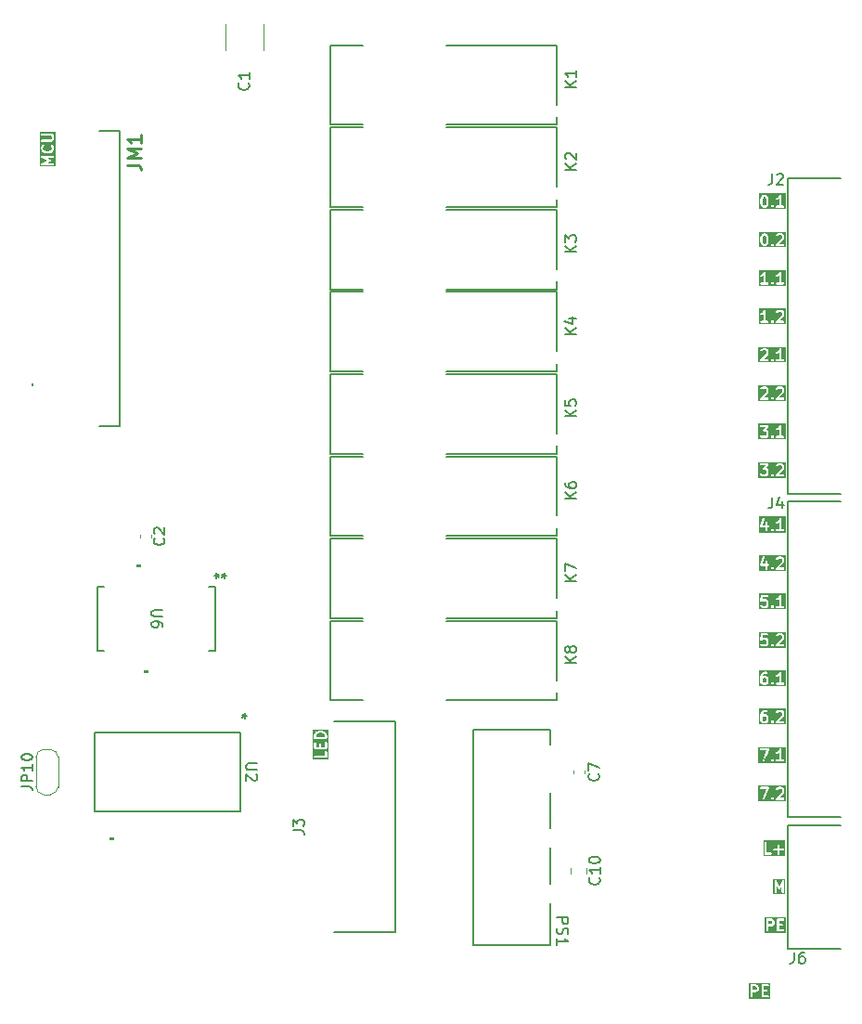
<source format=gbr>
%TF.GenerationSoftware,KiCad,Pcbnew,9.0.6*%
%TF.CreationDate,2025-12-07T14:44:50+03:00*%
%TF.ProjectId,PMCNV-RQx8,504d434e-562d-4525-9178-382e6b696361,rev?*%
%TF.SameCoordinates,Original*%
%TF.FileFunction,Legend,Top*%
%TF.FilePolarity,Positive*%
%FSLAX46Y46*%
G04 Gerber Fmt 4.6, Leading zero omitted, Abs format (unit mm)*
G04 Created by KiCad (PCBNEW 9.0.6) date 2025-12-07 14:44:50*
%MOMM*%
%LPD*%
G01*
G04 APERTURE LIST*
%ADD10C,0.200000*%
%ADD11C,0.160000*%
%ADD12C,0.150000*%
%ADD13C,0.254000*%
%ADD14C,0.100000*%
%ADD15C,0.152400*%
%ADD16C,0.000000*%
%ADD17C,0.120000*%
G04 APERTURE END LIST*
D10*
G36*
X28547281Y27417976D02*
G01*
X28571950Y27393308D01*
X28607403Y27322401D01*
X28649374Y27154520D01*
X28649374Y26941044D01*
X28607403Y26773163D01*
X28571950Y26702257D01*
X28547281Y26677587D01*
X28487672Y26647781D01*
X28439648Y26647781D01*
X28380038Y26677586D01*
X28355371Y26702254D01*
X28319916Y26773163D01*
X28277946Y26941044D01*
X28277946Y27154519D01*
X28319916Y27322401D01*
X28355370Y27393308D01*
X28380038Y27417977D01*
X28439648Y27447781D01*
X28487672Y27447781D01*
X28547281Y27417976D01*
G37*
G36*
X30387135Y26336670D02*
G01*
X27966835Y26336670D01*
X27966835Y27166829D01*
X28077946Y27166829D01*
X28077946Y26928734D01*
X28078281Y26925332D01*
X28078064Y26923873D01*
X28079143Y26916576D01*
X28079867Y26909225D01*
X28080431Y26907862D01*
X28080932Y26904480D01*
X28128551Y26714005D01*
X28129064Y26712568D01*
X28129116Y26711845D01*
X28132224Y26703721D01*
X28135146Y26695544D01*
X28135576Y26694964D01*
X28136122Y26693537D01*
X28183741Y26598299D01*
X28189024Y26589907D01*
X28190036Y26587463D01*
X28192292Y26584714D01*
X28194184Y26581709D01*
X28196178Y26579980D01*
X28202473Y26572310D01*
X28250091Y26524690D01*
X28257759Y26518397D01*
X28259491Y26516400D01*
X28262499Y26514507D01*
X28265245Y26512253D01*
X28267685Y26511243D01*
X28276082Y26505957D01*
X28371319Y26458338D01*
X28389628Y26451332D01*
X28393211Y26451078D01*
X28396532Y26449702D01*
X28416041Y26447781D01*
X28511279Y26447781D01*
X28530788Y26449702D01*
X28534108Y26451078D01*
X28537692Y26451332D01*
X28556000Y26458338D01*
X28651238Y26505957D01*
X28659633Y26511242D01*
X28662075Y26512253D01*
X28664822Y26514509D01*
X28667828Y26516400D01*
X28669558Y26518395D01*
X28677228Y26524690D01*
X28724847Y26572310D01*
X28731139Y26579977D01*
X28733136Y26581708D01*
X28735029Y26584716D01*
X28737284Y26587463D01*
X28738295Y26589905D01*
X28743579Y26598299D01*
X28751884Y26614909D01*
X29032248Y26614909D01*
X29032248Y26575891D01*
X29038711Y26560288D01*
X29047180Y26539842D01*
X29047184Y26539838D01*
X29059616Y26524689D01*
X29107235Y26477071D01*
X29122388Y26464634D01*
X29131391Y26460905D01*
X29158437Y26449702D01*
X29197455Y26449702D01*
X29233503Y26464634D01*
X29248657Y26477070D01*
X29296275Y26524689D01*
X29308712Y26539842D01*
X29315464Y26556144D01*
X29323643Y26575890D01*
X29323644Y26614908D01*
X29308713Y26650957D01*
X29296276Y26666110D01*
X29248657Y26713730D01*
X29233504Y26726167D01*
X29218572Y26732352D01*
X29197455Y26741099D01*
X29158437Y26741099D01*
X29147879Y26736726D01*
X29122389Y26726168D01*
X29122388Y26726167D01*
X29107234Y26713730D01*
X29059616Y26666110D01*
X29047179Y26650957D01*
X29037166Y26626781D01*
X29032248Y26614909D01*
X28751884Y26614909D01*
X28791198Y26693536D01*
X28791744Y26694965D01*
X28792174Y26695544D01*
X28795095Y26703721D01*
X28798204Y26711845D01*
X28798255Y26712566D01*
X28798769Y26714004D01*
X28846388Y26904480D01*
X28846888Y26907862D01*
X28847453Y26909225D01*
X28848176Y26916576D01*
X28849256Y26923873D01*
X28849038Y26925332D01*
X28849374Y26928734D01*
X28849374Y27166829D01*
X28849038Y27170232D01*
X28849256Y27171690D01*
X28848176Y27178988D01*
X28847453Y27186338D01*
X28846888Y27187702D01*
X28846388Y27191083D01*
X28825515Y27274574D01*
X29507302Y27274574D01*
X29510068Y27235654D01*
X29527517Y27200755D01*
X29556994Y27175191D01*
X29594010Y27162852D01*
X29632930Y27165618D01*
X29651238Y27172624D01*
X29746476Y27220243D01*
X29754872Y27225529D01*
X29757312Y27226539D01*
X29760058Y27228793D01*
X29763066Y27230686D01*
X29764795Y27232681D01*
X29772466Y27238975D01*
X29792231Y27258740D01*
X29792231Y26647781D01*
X29606517Y26647781D01*
X29587008Y26645860D01*
X29550960Y26630928D01*
X29523370Y26603338D01*
X29508438Y26567290D01*
X29508438Y26528272D01*
X29523370Y26492224D01*
X29550960Y26464634D01*
X29587008Y26449702D01*
X29606517Y26447781D01*
X30177945Y26447781D01*
X30197454Y26449702D01*
X30233502Y26464634D01*
X30261092Y26492224D01*
X30276024Y26528272D01*
X30276024Y26567290D01*
X30261092Y26603338D01*
X30233502Y26630928D01*
X30197454Y26645860D01*
X30177945Y26647781D01*
X29992231Y26647781D01*
X29992231Y27547781D01*
X29992224Y27547852D01*
X29992231Y27547886D01*
X29992210Y27547988D01*
X29990310Y27567290D01*
X29986520Y27576439D01*
X29984579Y27586146D01*
X29979127Y27594287D01*
X29975378Y27603338D01*
X29968378Y27610338D01*
X29962868Y27618566D01*
X29954713Y27624003D01*
X29947788Y27630928D01*
X29938644Y27634716D01*
X29930403Y27640210D01*
X29920789Y27642112D01*
X29911740Y27645860D01*
X29901839Y27645860D01*
X29892127Y27647781D01*
X29882522Y27645860D01*
X29872722Y27645860D01*
X29863573Y27642071D01*
X29853866Y27640129D01*
X29845725Y27634678D01*
X29836674Y27630928D01*
X29829674Y27623929D01*
X29821446Y27618418D01*
X29809157Y27603412D01*
X29809084Y27603338D01*
X29809070Y27603306D01*
X29809026Y27603251D01*
X29719282Y27468635D01*
X29642518Y27391872D01*
X29561796Y27351510D01*
X29545205Y27341067D01*
X29519641Y27311590D01*
X29507302Y27274574D01*
X28825515Y27274574D01*
X28798769Y27381559D01*
X28798255Y27382998D01*
X28798204Y27383718D01*
X28795095Y27391843D01*
X28792174Y27400019D01*
X28791744Y27400599D01*
X28791198Y27402027D01*
X28743579Y27497264D01*
X28738293Y27505661D01*
X28737283Y27508101D01*
X28735029Y27510847D01*
X28733136Y27513855D01*
X28731138Y27515588D01*
X28724846Y27523254D01*
X28677228Y27570873D01*
X28669557Y27577168D01*
X28667828Y27579162D01*
X28664820Y27581056D01*
X28662074Y27583309D01*
X28659634Y27584320D01*
X28651238Y27589605D01*
X28556000Y27637224D01*
X28537692Y27644230D01*
X28534108Y27644485D01*
X28530788Y27645860D01*
X28511279Y27647781D01*
X28416041Y27647781D01*
X28396532Y27645860D01*
X28393211Y27644485D01*
X28389628Y27644230D01*
X28371319Y27637224D01*
X28276082Y27589605D01*
X28267685Y27584320D01*
X28265245Y27583309D01*
X28262499Y27581056D01*
X28259491Y27579162D01*
X28257758Y27577165D01*
X28250092Y27570872D01*
X28202473Y27523254D01*
X28196178Y27515584D01*
X28194184Y27513854D01*
X28192290Y27510847D01*
X28190037Y27508100D01*
X28189026Y27505661D01*
X28183741Y27497264D01*
X28136122Y27402026D01*
X28135576Y27400600D01*
X28135146Y27400019D01*
X28132224Y27391843D01*
X28129116Y27383718D01*
X28129064Y27382996D01*
X28128551Y27381558D01*
X28080932Y27191083D01*
X28080431Y27187702D01*
X28079867Y27186338D01*
X28079143Y27178988D01*
X28078064Y27171690D01*
X28078281Y27170232D01*
X28077946Y27166829D01*
X27966835Y27166829D01*
X27966835Y27758892D01*
X30387135Y27758892D01*
X30387135Y26336670D01*
G37*
G36*
X30389056Y-27663330D02*
G01*
X27921137Y-27663330D01*
X27921137Y-26432710D01*
X28032248Y-26432710D01*
X28032248Y-26471728D01*
X28047180Y-26507776D01*
X28074770Y-26535366D01*
X28110818Y-26550298D01*
X28130327Y-26552219D01*
X28645339Y-26552219D01*
X28276507Y-27412827D01*
X28270588Y-27431515D01*
X28270113Y-27470531D01*
X28284604Y-27506758D01*
X28311855Y-27534683D01*
X28347718Y-27550053D01*
X28386734Y-27550528D01*
X28422961Y-27536037D01*
X28450886Y-27508786D01*
X28460337Y-27491611D01*
X28505988Y-27385091D01*
X29032248Y-27385091D01*
X29032248Y-27424109D01*
X29035316Y-27431515D01*
X29047180Y-27460158D01*
X29047184Y-27460162D01*
X29059616Y-27475311D01*
X29107235Y-27522929D01*
X29122388Y-27535366D01*
X29132946Y-27539739D01*
X29158437Y-27550298D01*
X29197455Y-27550298D01*
X29233503Y-27535366D01*
X29248657Y-27522930D01*
X29296275Y-27475311D01*
X29308712Y-27460158D01*
X29320081Y-27432710D01*
X29460819Y-27432710D01*
X29460819Y-27471728D01*
X29475751Y-27507776D01*
X29503341Y-27535366D01*
X29539389Y-27550298D01*
X29558898Y-27552219D01*
X30177945Y-27552219D01*
X30197454Y-27550298D01*
X30233502Y-27535366D01*
X30261092Y-27507776D01*
X30276024Y-27471728D01*
X30276024Y-27432710D01*
X30261092Y-27396662D01*
X30233502Y-27369072D01*
X30197454Y-27354140D01*
X30177945Y-27352219D01*
X29800320Y-27352219D01*
X30201037Y-26951501D01*
X30213473Y-26936347D01*
X30214847Y-26933028D01*
X30217203Y-26930313D01*
X30225194Y-26912413D01*
X30272813Y-26769556D01*
X30275012Y-26759883D01*
X30276024Y-26757442D01*
X30276372Y-26753904D01*
X30277160Y-26750441D01*
X30276972Y-26747806D01*
X30277945Y-26737933D01*
X30277945Y-26642695D01*
X30276024Y-26623186D01*
X30274648Y-26619865D01*
X30274394Y-26616282D01*
X30267388Y-26597973D01*
X30219769Y-26502736D01*
X30214483Y-26494339D01*
X30213473Y-26491899D01*
X30211219Y-26489153D01*
X30209326Y-26486145D01*
X30207328Y-26484412D01*
X30201036Y-26476746D01*
X30153418Y-26429127D01*
X30145747Y-26422832D01*
X30144018Y-26420838D01*
X30141010Y-26418944D01*
X30138264Y-26416691D01*
X30135824Y-26415680D01*
X30127428Y-26410395D01*
X30032190Y-26362776D01*
X30013882Y-26355770D01*
X30010298Y-26355515D01*
X30006978Y-26354140D01*
X29987469Y-26352219D01*
X29749374Y-26352219D01*
X29729865Y-26354140D01*
X29726544Y-26355515D01*
X29722961Y-26355770D01*
X29704652Y-26362776D01*
X29609415Y-26410395D01*
X29601018Y-26415680D01*
X29598578Y-26416691D01*
X29595832Y-26418944D01*
X29592824Y-26420838D01*
X29591091Y-26422835D01*
X29583425Y-26429128D01*
X29535806Y-26476746D01*
X29523370Y-26491900D01*
X29508438Y-26527948D01*
X29508438Y-26566966D01*
X29523370Y-26603014D01*
X29550960Y-26630604D01*
X29587008Y-26645536D01*
X29626026Y-26645536D01*
X29662074Y-26630604D01*
X29677228Y-26618168D01*
X29713371Y-26582023D01*
X29772981Y-26552219D01*
X29963862Y-26552219D01*
X30023471Y-26582024D01*
X30048140Y-26606692D01*
X30077945Y-26666302D01*
X30077945Y-26721706D01*
X30042923Y-26826770D01*
X29488187Y-27381508D01*
X29475752Y-27396661D01*
X29475751Y-27396662D01*
X29460819Y-27432710D01*
X29320081Y-27432710D01*
X29323643Y-27424109D01*
X29323643Y-27412537D01*
X29323644Y-27385092D01*
X29308713Y-27349043D01*
X29296276Y-27333890D01*
X29248657Y-27286270D01*
X29233504Y-27273833D01*
X29218572Y-27267648D01*
X29197455Y-27258901D01*
X29158437Y-27258901D01*
X29147879Y-27263274D01*
X29122389Y-27273832D01*
X29122388Y-27273833D01*
X29107234Y-27286270D01*
X29059616Y-27333890D01*
X29047179Y-27349043D01*
X29043892Y-27356980D01*
X29032248Y-27385091D01*
X28505988Y-27385091D01*
X28888907Y-26491611D01*
X28894827Y-26472923D01*
X28894834Y-26472301D01*
X28895072Y-26471728D01*
X28895072Y-26452799D01*
X28895302Y-26433908D01*
X28895072Y-26433332D01*
X28895072Y-26432710D01*
X28887818Y-26415199D01*
X28880811Y-26397680D01*
X28880377Y-26397236D01*
X28880140Y-26396662D01*
X28866760Y-26383282D01*
X28853560Y-26369756D01*
X28852989Y-26369511D01*
X28852550Y-26369072D01*
X28835033Y-26361816D01*
X28817696Y-26354386D01*
X28817077Y-26354378D01*
X28816502Y-26354140D01*
X28796993Y-26352219D01*
X28130327Y-26352219D01*
X28110818Y-26354140D01*
X28074770Y-26369072D01*
X28047180Y-26396662D01*
X28032248Y-26432710D01*
X27921137Y-26432710D01*
X27921137Y-26241108D01*
X30389056Y-26241108D01*
X30389056Y-27663330D01*
G37*
G36*
X30339517Y-32663330D02*
G01*
X28347787Y-32663330D01*
X28347787Y-31452219D01*
X28458898Y-31452219D01*
X28458898Y-32452219D01*
X28460819Y-32471728D01*
X28475751Y-32507776D01*
X28503341Y-32535366D01*
X28539389Y-32550298D01*
X28558898Y-32552219D01*
X29035088Y-32552219D01*
X29054597Y-32550298D01*
X29090645Y-32535366D01*
X29118235Y-32507776D01*
X29133167Y-32471728D01*
X29133167Y-32432710D01*
X29118235Y-32396662D01*
X29090645Y-32369072D01*
X29054597Y-32354140D01*
X29035088Y-32352219D01*
X28658898Y-32352219D01*
X28658898Y-32051757D01*
X29270343Y-32051757D01*
X29270343Y-32090775D01*
X29285275Y-32126823D01*
X29312865Y-32154413D01*
X29348913Y-32169345D01*
X29368422Y-32171266D01*
X29649374Y-32171266D01*
X29649374Y-32452219D01*
X29651295Y-32471728D01*
X29666227Y-32507776D01*
X29693817Y-32535366D01*
X29729865Y-32550298D01*
X29768883Y-32550298D01*
X29804931Y-32535366D01*
X29832521Y-32507776D01*
X29847453Y-32471728D01*
X29849374Y-32452219D01*
X29849374Y-32171266D01*
X30130327Y-32171266D01*
X30149836Y-32169345D01*
X30185884Y-32154413D01*
X30213474Y-32126823D01*
X30228406Y-32090775D01*
X30228406Y-32051757D01*
X30213474Y-32015709D01*
X30185884Y-31988119D01*
X30149836Y-31973187D01*
X30130327Y-31971266D01*
X29849374Y-31971266D01*
X29849374Y-31690314D01*
X29847453Y-31670805D01*
X29832521Y-31634757D01*
X29804931Y-31607167D01*
X29768883Y-31592235D01*
X29729865Y-31592235D01*
X29693817Y-31607167D01*
X29666227Y-31634757D01*
X29651295Y-31670805D01*
X29649374Y-31690314D01*
X29649374Y-31971266D01*
X29368422Y-31971266D01*
X29348913Y-31973187D01*
X29312865Y-31988119D01*
X29285275Y-32015709D01*
X29270343Y-32051757D01*
X28658898Y-32051757D01*
X28658898Y-31452219D01*
X28656977Y-31432710D01*
X28642045Y-31396662D01*
X28614455Y-31369072D01*
X28578407Y-31354140D01*
X28539389Y-31354140D01*
X28503341Y-31369072D01*
X28475751Y-31396662D01*
X28460819Y-31432710D01*
X28458898Y-31452219D01*
X28347787Y-31452219D01*
X28347787Y-31243029D01*
X30339517Y-31243029D01*
X30339517Y-32663330D01*
G37*
G36*
X30387135Y5336670D02*
G01*
X27921137Y5336670D01*
X27921137Y6567290D01*
X28032248Y6567290D01*
X28032248Y6528272D01*
X28047180Y6492224D01*
X28074770Y6464634D01*
X28110818Y6449702D01*
X28130327Y6447781D01*
X28528997Y6447781D01*
X28340783Y6232679D01*
X28334753Y6224246D01*
X28332894Y6222386D01*
X28332163Y6220623D01*
X28329382Y6216732D01*
X28324177Y6201344D01*
X28317962Y6186338D01*
X28317962Y6182965D01*
X28316882Y6179771D01*
X28317962Y6163569D01*
X28317962Y6147320D01*
X28319252Y6144205D01*
X28319477Y6140839D01*
X28326677Y6126279D01*
X28332894Y6111272D01*
X28335278Y6108888D01*
X28336774Y6105864D01*
X28348999Y6095167D01*
X28360484Y6083682D01*
X28363598Y6082392D01*
X28366138Y6080170D01*
X28381526Y6074966D01*
X28396532Y6068750D01*
X28401291Y6068282D01*
X28403099Y6067670D01*
X28405723Y6067845D01*
X28416041Y6066829D01*
X28535291Y6066829D01*
X28594900Y6037024D01*
X28619569Y6012356D01*
X28649374Y5952746D01*
X28649374Y5761865D01*
X28619569Y5702257D01*
X28594900Y5677587D01*
X28535291Y5647781D01*
X28296791Y5647781D01*
X28237181Y5677586D01*
X28201038Y5713730D01*
X28185885Y5726167D01*
X28149837Y5741098D01*
X28110819Y5741099D01*
X28074770Y5726168D01*
X28047180Y5698578D01*
X28032249Y5662530D01*
X28032248Y5623512D01*
X28047179Y5587463D01*
X28059616Y5572310D01*
X28107234Y5524690D01*
X28114902Y5518397D01*
X28116634Y5516400D01*
X28119642Y5514507D01*
X28122388Y5512253D01*
X28124828Y5511243D01*
X28133225Y5505957D01*
X28228462Y5458338D01*
X28246771Y5451332D01*
X28250354Y5451078D01*
X28253675Y5449702D01*
X28273184Y5447781D01*
X28558898Y5447781D01*
X28578407Y5449702D01*
X28581727Y5451078D01*
X28585311Y5451332D01*
X28603619Y5458338D01*
X28698857Y5505957D01*
X28707252Y5511242D01*
X28709694Y5512253D01*
X28712441Y5514509D01*
X28715447Y5516400D01*
X28717177Y5518395D01*
X28724847Y5524690D01*
X28772466Y5572310D01*
X28778758Y5579977D01*
X28780755Y5581708D01*
X28782648Y5584716D01*
X28784903Y5587463D01*
X28785914Y5589905D01*
X28791198Y5598299D01*
X28799503Y5614909D01*
X29032248Y5614909D01*
X29032248Y5575891D01*
X29038711Y5560288D01*
X29047180Y5539842D01*
X29047184Y5539838D01*
X29059616Y5524689D01*
X29107235Y5477071D01*
X29122388Y5464634D01*
X29131391Y5460905D01*
X29158437Y5449702D01*
X29197455Y5449702D01*
X29233503Y5464634D01*
X29248657Y5477070D01*
X29296275Y5524689D01*
X29308712Y5539842D01*
X29315464Y5556144D01*
X29323643Y5575890D01*
X29323644Y5614908D01*
X29308713Y5650957D01*
X29296276Y5666110D01*
X29248657Y5713730D01*
X29233504Y5726167D01*
X29218572Y5732352D01*
X29197455Y5741099D01*
X29158437Y5741099D01*
X29147879Y5736726D01*
X29122389Y5726168D01*
X29122388Y5726167D01*
X29107234Y5713730D01*
X29059616Y5666110D01*
X29047179Y5650957D01*
X29037166Y5626781D01*
X29032248Y5614909D01*
X28799503Y5614909D01*
X28838817Y5693536D01*
X28845823Y5711845D01*
X28846077Y5715429D01*
X28847453Y5718749D01*
X28849374Y5738258D01*
X28849374Y5976353D01*
X28847453Y5995862D01*
X28846077Y5999183D01*
X28845823Y6002766D01*
X28838817Y6021075D01*
X28791198Y6116312D01*
X28785912Y6124709D01*
X28784902Y6127149D01*
X28782648Y6129895D01*
X28780755Y6132903D01*
X28778757Y6134636D01*
X28772465Y6142302D01*
X28724847Y6189921D01*
X28717176Y6196216D01*
X28715447Y6198210D01*
X28712439Y6200104D01*
X28709693Y6202357D01*
X28707253Y6203368D01*
X28698857Y6208653D01*
X28620009Y6248077D01*
X28643194Y6274574D01*
X29507302Y6274574D01*
X29510068Y6235654D01*
X29527517Y6200755D01*
X29556994Y6175191D01*
X29594010Y6162852D01*
X29632930Y6165618D01*
X29651238Y6172624D01*
X29746476Y6220243D01*
X29754872Y6225529D01*
X29757312Y6226539D01*
X29760058Y6228793D01*
X29763066Y6230686D01*
X29764795Y6232681D01*
X29772466Y6238975D01*
X29792231Y6258740D01*
X29792231Y5647781D01*
X29606517Y5647781D01*
X29587008Y5645860D01*
X29550960Y5630928D01*
X29523370Y5603338D01*
X29508438Y5567290D01*
X29508438Y5528272D01*
X29523370Y5492224D01*
X29550960Y5464634D01*
X29587008Y5449702D01*
X29606517Y5447781D01*
X30177945Y5447781D01*
X30197454Y5449702D01*
X30233502Y5464634D01*
X30261092Y5492224D01*
X30276024Y5528272D01*
X30276024Y5567290D01*
X30261092Y5603338D01*
X30233502Y5630928D01*
X30197454Y5645860D01*
X30177945Y5647781D01*
X29992231Y5647781D01*
X29992231Y6547781D01*
X29992224Y6547852D01*
X29992231Y6547886D01*
X29992210Y6547988D01*
X29990310Y6567290D01*
X29986520Y6576439D01*
X29984579Y6586146D01*
X29979127Y6594287D01*
X29975378Y6603338D01*
X29968378Y6610338D01*
X29962868Y6618566D01*
X29954713Y6624003D01*
X29947788Y6630928D01*
X29938644Y6634716D01*
X29930403Y6640210D01*
X29920789Y6642112D01*
X29911740Y6645860D01*
X29901839Y6645860D01*
X29892127Y6647781D01*
X29882522Y6645860D01*
X29872722Y6645860D01*
X29863573Y6642071D01*
X29853866Y6640129D01*
X29845725Y6634678D01*
X29836674Y6630928D01*
X29829674Y6623929D01*
X29821446Y6618418D01*
X29809157Y6603412D01*
X29809084Y6603338D01*
X29809070Y6603306D01*
X29809026Y6603251D01*
X29719282Y6468635D01*
X29642518Y6391872D01*
X29561796Y6351510D01*
X29545205Y6341067D01*
X29519641Y6311590D01*
X29507302Y6274574D01*
X28643194Y6274574D01*
X28824632Y6481931D01*
X28830661Y6490365D01*
X28832521Y6492224D01*
X28833251Y6493988D01*
X28836033Y6497878D01*
X28841237Y6513267D01*
X28847453Y6528272D01*
X28847453Y6531646D01*
X28848533Y6534839D01*
X28847453Y6551042D01*
X28847453Y6567290D01*
X28846162Y6570406D01*
X28845938Y6573771D01*
X28838735Y6588337D01*
X28832521Y6603338D01*
X28830137Y6605722D01*
X28828642Y6608746D01*
X28816408Y6619451D01*
X28804931Y6630928D01*
X28801817Y6632218D01*
X28799278Y6634440D01*
X28783886Y6639646D01*
X28768883Y6645860D01*
X28764123Y6646329D01*
X28762316Y6646940D01*
X28759691Y6646766D01*
X28749374Y6647781D01*
X28130327Y6647781D01*
X28110818Y6645860D01*
X28074770Y6630928D01*
X28047180Y6603338D01*
X28032248Y6567290D01*
X27921137Y6567290D01*
X27921137Y6758892D01*
X30387135Y6758892D01*
X30387135Y5336670D01*
G37*
G36*
X30387135Y-24163330D02*
G01*
X27921137Y-24163330D01*
X27921137Y-22932710D01*
X28032248Y-22932710D01*
X28032248Y-22971728D01*
X28047180Y-23007776D01*
X28074770Y-23035366D01*
X28110818Y-23050298D01*
X28130327Y-23052219D01*
X28645339Y-23052219D01*
X28276507Y-23912827D01*
X28270588Y-23931515D01*
X28270113Y-23970531D01*
X28284604Y-24006758D01*
X28311855Y-24034683D01*
X28347718Y-24050053D01*
X28386734Y-24050528D01*
X28422961Y-24036037D01*
X28450886Y-24008786D01*
X28460337Y-23991611D01*
X28505988Y-23885091D01*
X29032248Y-23885091D01*
X29032248Y-23924109D01*
X29035316Y-23931515D01*
X29047180Y-23960158D01*
X29047184Y-23960162D01*
X29059616Y-23975311D01*
X29107235Y-24022929D01*
X29122388Y-24035366D01*
X29132946Y-24039739D01*
X29158437Y-24050298D01*
X29197455Y-24050298D01*
X29233503Y-24035366D01*
X29248657Y-24022930D01*
X29296275Y-23975311D01*
X29308712Y-23960158D01*
X29323643Y-23924109D01*
X29323643Y-23912537D01*
X29323644Y-23885092D01*
X29308713Y-23849043D01*
X29296276Y-23833890D01*
X29248657Y-23786270D01*
X29233504Y-23773833D01*
X29218572Y-23767648D01*
X29197455Y-23758901D01*
X29158437Y-23758901D01*
X29147879Y-23763274D01*
X29122389Y-23773832D01*
X29122388Y-23773833D01*
X29107234Y-23786270D01*
X29059616Y-23833890D01*
X29047179Y-23849043D01*
X29043892Y-23856980D01*
X29032248Y-23885091D01*
X28505988Y-23885091D01*
X28788701Y-23225426D01*
X29507302Y-23225426D01*
X29510068Y-23264346D01*
X29527517Y-23299245D01*
X29556994Y-23324809D01*
X29594010Y-23337148D01*
X29632930Y-23334382D01*
X29651238Y-23327376D01*
X29746476Y-23279757D01*
X29754872Y-23274471D01*
X29757312Y-23273461D01*
X29760058Y-23271207D01*
X29763066Y-23269314D01*
X29764795Y-23267319D01*
X29772466Y-23261025D01*
X29792231Y-23241260D01*
X29792231Y-23852219D01*
X29606517Y-23852219D01*
X29587008Y-23854140D01*
X29550960Y-23869072D01*
X29523370Y-23896662D01*
X29508438Y-23932710D01*
X29508438Y-23971728D01*
X29523370Y-24007776D01*
X29550960Y-24035366D01*
X29587008Y-24050298D01*
X29606517Y-24052219D01*
X30177945Y-24052219D01*
X30197454Y-24050298D01*
X30233502Y-24035366D01*
X30261092Y-24007776D01*
X30276024Y-23971728D01*
X30276024Y-23932710D01*
X30261092Y-23896662D01*
X30233502Y-23869072D01*
X30197454Y-23854140D01*
X30177945Y-23852219D01*
X29992231Y-23852219D01*
X29992231Y-22952219D01*
X29992224Y-22952148D01*
X29992231Y-22952114D01*
X29992210Y-22952012D01*
X29990310Y-22932710D01*
X29986520Y-22923561D01*
X29984579Y-22913854D01*
X29979127Y-22905713D01*
X29975378Y-22896662D01*
X29968378Y-22889662D01*
X29962868Y-22881434D01*
X29954713Y-22875997D01*
X29947788Y-22869072D01*
X29938644Y-22865284D01*
X29930403Y-22859790D01*
X29920789Y-22857888D01*
X29911740Y-22854140D01*
X29901839Y-22854140D01*
X29892127Y-22852219D01*
X29882522Y-22854140D01*
X29872722Y-22854140D01*
X29863573Y-22857929D01*
X29853866Y-22859871D01*
X29845725Y-22865322D01*
X29836674Y-22869072D01*
X29829674Y-22876071D01*
X29821446Y-22881582D01*
X29809157Y-22896588D01*
X29809084Y-22896662D01*
X29809070Y-22896694D01*
X29809026Y-22896749D01*
X29719282Y-23031365D01*
X29642518Y-23108128D01*
X29561796Y-23148490D01*
X29545205Y-23158933D01*
X29519641Y-23188410D01*
X29507302Y-23225426D01*
X28788701Y-23225426D01*
X28888907Y-22991611D01*
X28894827Y-22972923D01*
X28894834Y-22972301D01*
X28895072Y-22971728D01*
X28895072Y-22952799D01*
X28895302Y-22933908D01*
X28895072Y-22933332D01*
X28895072Y-22932710D01*
X28887818Y-22915199D01*
X28880811Y-22897680D01*
X28880377Y-22897236D01*
X28880140Y-22896662D01*
X28866760Y-22883282D01*
X28853560Y-22869756D01*
X28852989Y-22869511D01*
X28852550Y-22869072D01*
X28835033Y-22861816D01*
X28817696Y-22854386D01*
X28817077Y-22854378D01*
X28816502Y-22854140D01*
X28796993Y-22852219D01*
X28130327Y-22852219D01*
X28110818Y-22854140D01*
X28074770Y-22869072D01*
X28047180Y-22896662D01*
X28032248Y-22932710D01*
X27921137Y-22932710D01*
X27921137Y-22741108D01*
X30387135Y-22741108D01*
X30387135Y-24163330D01*
G37*
G36*
X30389056Y1836670D02*
G01*
X27921137Y1836670D01*
X27921137Y3067290D01*
X28032248Y3067290D01*
X28032248Y3028272D01*
X28047180Y2992224D01*
X28074770Y2964634D01*
X28110818Y2949702D01*
X28130327Y2947781D01*
X28528997Y2947781D01*
X28340783Y2732679D01*
X28334753Y2724246D01*
X28332894Y2722386D01*
X28332163Y2720623D01*
X28329382Y2716732D01*
X28324177Y2701344D01*
X28317962Y2686338D01*
X28317962Y2682965D01*
X28316882Y2679771D01*
X28317962Y2663569D01*
X28317962Y2647320D01*
X28319252Y2644205D01*
X28319477Y2640839D01*
X28326677Y2626279D01*
X28332894Y2611272D01*
X28335278Y2608888D01*
X28336774Y2605864D01*
X28348999Y2595167D01*
X28360484Y2583682D01*
X28363598Y2582392D01*
X28366138Y2580170D01*
X28381526Y2574966D01*
X28396532Y2568750D01*
X28401291Y2568282D01*
X28403099Y2567670D01*
X28405723Y2567845D01*
X28416041Y2566829D01*
X28535291Y2566829D01*
X28594900Y2537024D01*
X28619569Y2512356D01*
X28649374Y2452746D01*
X28649374Y2261865D01*
X28619569Y2202257D01*
X28594900Y2177587D01*
X28535291Y2147781D01*
X28296791Y2147781D01*
X28237181Y2177586D01*
X28201038Y2213730D01*
X28185885Y2226167D01*
X28149837Y2241098D01*
X28110819Y2241099D01*
X28074770Y2226168D01*
X28047180Y2198578D01*
X28032249Y2162530D01*
X28032248Y2123512D01*
X28047179Y2087463D01*
X28059616Y2072310D01*
X28107234Y2024690D01*
X28114902Y2018397D01*
X28116634Y2016400D01*
X28119642Y2014507D01*
X28122388Y2012253D01*
X28124828Y2011243D01*
X28133225Y2005957D01*
X28228462Y1958338D01*
X28246771Y1951332D01*
X28250354Y1951078D01*
X28253675Y1949702D01*
X28273184Y1947781D01*
X28558898Y1947781D01*
X28578407Y1949702D01*
X28581727Y1951078D01*
X28585311Y1951332D01*
X28603619Y1958338D01*
X28698857Y2005957D01*
X28707252Y2011242D01*
X28709694Y2012253D01*
X28712441Y2014509D01*
X28715447Y2016400D01*
X28717177Y2018395D01*
X28724847Y2024690D01*
X28772466Y2072310D01*
X28778758Y2079977D01*
X28780755Y2081708D01*
X28782648Y2084716D01*
X28784903Y2087463D01*
X28785914Y2089905D01*
X28791198Y2098299D01*
X28799503Y2114909D01*
X29032248Y2114909D01*
X29032248Y2075891D01*
X29038711Y2060288D01*
X29047180Y2039842D01*
X29047184Y2039838D01*
X29059616Y2024689D01*
X29107235Y1977071D01*
X29122388Y1964634D01*
X29131391Y1960905D01*
X29158437Y1949702D01*
X29197455Y1949702D01*
X29233503Y1964634D01*
X29248657Y1977070D01*
X29296275Y2024689D01*
X29308712Y2039842D01*
X29315464Y2056144D01*
X29320081Y2067290D01*
X29460819Y2067290D01*
X29460819Y2028272D01*
X29475751Y1992224D01*
X29503341Y1964634D01*
X29539389Y1949702D01*
X29558898Y1947781D01*
X30177945Y1947781D01*
X30197454Y1949702D01*
X30233502Y1964634D01*
X30261092Y1992224D01*
X30276024Y2028272D01*
X30276024Y2067290D01*
X30261092Y2103338D01*
X30233502Y2130928D01*
X30197454Y2145860D01*
X30177945Y2147781D01*
X29800320Y2147781D01*
X30201037Y2548499D01*
X30213473Y2563653D01*
X30214847Y2566972D01*
X30217203Y2569687D01*
X30225194Y2587587D01*
X30272813Y2730444D01*
X30275012Y2740117D01*
X30276024Y2742558D01*
X30276372Y2746096D01*
X30277160Y2749559D01*
X30276972Y2752194D01*
X30277945Y2762067D01*
X30277945Y2857305D01*
X30276024Y2876814D01*
X30274648Y2880135D01*
X30274394Y2883718D01*
X30267388Y2902027D01*
X30219769Y2997264D01*
X30214483Y3005661D01*
X30213473Y3008101D01*
X30211219Y3010847D01*
X30209326Y3013855D01*
X30207328Y3015588D01*
X30201036Y3023254D01*
X30153418Y3070873D01*
X30145747Y3077168D01*
X30144018Y3079162D01*
X30141010Y3081056D01*
X30138264Y3083309D01*
X30135824Y3084320D01*
X30127428Y3089605D01*
X30032190Y3137224D01*
X30013882Y3144230D01*
X30010298Y3144485D01*
X30006978Y3145860D01*
X29987469Y3147781D01*
X29749374Y3147781D01*
X29729865Y3145860D01*
X29726544Y3144485D01*
X29722961Y3144230D01*
X29704652Y3137224D01*
X29609415Y3089605D01*
X29601018Y3084320D01*
X29598578Y3083309D01*
X29595832Y3081056D01*
X29592824Y3079162D01*
X29591091Y3077165D01*
X29583425Y3070872D01*
X29535806Y3023254D01*
X29523370Y3008100D01*
X29508438Y2972052D01*
X29508438Y2933034D01*
X29523370Y2896986D01*
X29550960Y2869396D01*
X29587008Y2854464D01*
X29626026Y2854464D01*
X29662074Y2869396D01*
X29677228Y2881832D01*
X29713371Y2917977D01*
X29772981Y2947781D01*
X29963862Y2947781D01*
X30023471Y2917976D01*
X30048140Y2893308D01*
X30077945Y2833698D01*
X30077945Y2778294D01*
X30042923Y2673230D01*
X29488187Y2118492D01*
X29475752Y2103339D01*
X29475751Y2103338D01*
X29460819Y2067290D01*
X29320081Y2067290D01*
X29323643Y2075890D01*
X29323644Y2114908D01*
X29308713Y2150957D01*
X29296276Y2166110D01*
X29248657Y2213730D01*
X29233504Y2226167D01*
X29218572Y2232352D01*
X29197455Y2241099D01*
X29158437Y2241099D01*
X29147879Y2236726D01*
X29122389Y2226168D01*
X29122388Y2226167D01*
X29107234Y2213730D01*
X29059616Y2166110D01*
X29047179Y2150957D01*
X29037166Y2126781D01*
X29032248Y2114909D01*
X28799503Y2114909D01*
X28838817Y2193536D01*
X28845823Y2211845D01*
X28846077Y2215429D01*
X28847453Y2218749D01*
X28849374Y2238258D01*
X28849374Y2476353D01*
X28847453Y2495862D01*
X28846077Y2499183D01*
X28845823Y2502766D01*
X28838817Y2521075D01*
X28791198Y2616312D01*
X28785912Y2624709D01*
X28784902Y2627149D01*
X28782648Y2629895D01*
X28780755Y2632903D01*
X28778757Y2634636D01*
X28772465Y2642302D01*
X28724847Y2689921D01*
X28717176Y2696216D01*
X28715447Y2698210D01*
X28712439Y2700104D01*
X28709693Y2702357D01*
X28707253Y2703368D01*
X28698857Y2708653D01*
X28620009Y2748077D01*
X28824632Y2981931D01*
X28830661Y2990365D01*
X28832521Y2992224D01*
X28833251Y2993988D01*
X28836033Y2997878D01*
X28841237Y3013267D01*
X28847453Y3028272D01*
X28847453Y3031646D01*
X28848533Y3034839D01*
X28847453Y3051042D01*
X28847453Y3067290D01*
X28846162Y3070406D01*
X28845938Y3073771D01*
X28838735Y3088337D01*
X28832521Y3103338D01*
X28830137Y3105722D01*
X28828642Y3108746D01*
X28816408Y3119451D01*
X28804931Y3130928D01*
X28801817Y3132218D01*
X28799278Y3134440D01*
X28783886Y3139646D01*
X28768883Y3145860D01*
X28764123Y3146329D01*
X28762316Y3146940D01*
X28759691Y3146766D01*
X28749374Y3147781D01*
X28130327Y3147781D01*
X28110818Y3145860D01*
X28074770Y3130928D01*
X28047180Y3103338D01*
X28032248Y3067290D01*
X27921137Y3067290D01*
X27921137Y3258892D01*
X30389056Y3258892D01*
X30389056Y1836670D01*
G37*
G36*
X30341437Y-36161409D02*
G01*
X29252549Y-36161409D01*
X29252549Y-34952219D01*
X29363660Y-34952219D01*
X29363660Y-35952219D01*
X29365581Y-35971728D01*
X29380513Y-36007776D01*
X29408103Y-36035366D01*
X29444151Y-36050298D01*
X29483169Y-36050298D01*
X29519217Y-36035366D01*
X29546807Y-36007776D01*
X29561739Y-35971728D01*
X29563660Y-35952219D01*
X29563660Y-35402975D01*
X29706375Y-35708793D01*
X29710607Y-35715938D01*
X29711487Y-35718356D01*
X29713052Y-35720065D01*
X29716366Y-35725659D01*
X29727576Y-35735925D01*
X29737838Y-35747131D01*
X29741863Y-35749009D01*
X29745141Y-35752011D01*
X29759423Y-35757204D01*
X29773196Y-35763632D01*
X29777635Y-35763827D01*
X29781810Y-35765345D01*
X29796993Y-35764677D01*
X29812176Y-35765345D01*
X29816349Y-35763827D01*
X29820791Y-35763632D01*
X29834575Y-35757199D01*
X29848845Y-35752010D01*
X29852118Y-35749012D01*
X29856148Y-35747132D01*
X29866417Y-35735917D01*
X29877620Y-35725659D01*
X29880931Y-35720068D01*
X29882500Y-35718356D01*
X29883380Y-35715934D01*
X29887611Y-35708793D01*
X30030326Y-35402974D01*
X30030326Y-35952219D01*
X30032247Y-35971728D01*
X30047179Y-36007776D01*
X30074769Y-36035366D01*
X30110817Y-36050298D01*
X30149835Y-36050298D01*
X30185883Y-36035366D01*
X30213473Y-36007776D01*
X30228405Y-35971728D01*
X30230326Y-35952219D01*
X30230326Y-34952219D01*
X30229063Y-34939395D01*
X30229167Y-34937036D01*
X30228706Y-34935768D01*
X30228405Y-34932710D01*
X30221764Y-34916679D01*
X30215833Y-34900367D01*
X30214326Y-34898721D01*
X30213473Y-34896662D01*
X30201211Y-34884400D01*
X30189481Y-34871591D01*
X30187457Y-34870646D01*
X30185883Y-34869072D01*
X30169867Y-34862437D01*
X30154124Y-34855091D01*
X30151894Y-34854993D01*
X30149835Y-34854140D01*
X30132483Y-34854140D01*
X30115143Y-34853378D01*
X30113047Y-34854140D01*
X30110817Y-34854140D01*
X30094786Y-34860780D01*
X30078474Y-34866712D01*
X30076828Y-34868218D01*
X30074769Y-34869072D01*
X30062501Y-34881339D01*
X30049699Y-34893064D01*
X30048132Y-34895708D01*
X30047179Y-34896662D01*
X30046275Y-34898843D01*
X30039708Y-34909930D01*
X29796992Y-35430033D01*
X29554278Y-34909930D01*
X29547710Y-34898843D01*
X29546807Y-34896662D01*
X29545853Y-34895708D01*
X29544287Y-34893064D01*
X29531490Y-34881345D01*
X29519217Y-34869072D01*
X29517155Y-34868218D01*
X29515512Y-34866713D01*
X29499210Y-34860784D01*
X29483169Y-34854140D01*
X29480938Y-34854140D01*
X29478843Y-34853378D01*
X29461503Y-34854140D01*
X29444151Y-34854140D01*
X29442091Y-34854993D01*
X29439863Y-34855091D01*
X29424132Y-34862432D01*
X29408103Y-34869072D01*
X29406526Y-34870648D01*
X29404505Y-34871592D01*
X29392786Y-34884388D01*
X29380513Y-34896662D01*
X29379659Y-34898723D01*
X29378154Y-34900367D01*
X29372225Y-34916668D01*
X29365581Y-34932710D01*
X29365279Y-34935768D01*
X29364819Y-34937036D01*
X29364922Y-34939395D01*
X29363660Y-34952219D01*
X29252549Y-34952219D01*
X29252549Y-34742267D01*
X30341437Y-34742267D01*
X30341437Y-36161409D01*
G37*
G36*
X30389056Y8836670D02*
G01*
X27921137Y8836670D01*
X27921137Y9067290D01*
X28032248Y9067290D01*
X28032248Y9028272D01*
X28047180Y8992224D01*
X28074770Y8964634D01*
X28110818Y8949702D01*
X28130327Y8947781D01*
X28749374Y8947781D01*
X28768883Y8949702D01*
X28804931Y8964634D01*
X28832521Y8992224D01*
X28847453Y9028272D01*
X28847453Y9067290D01*
X28832521Y9103338D01*
X28820950Y9114909D01*
X29032248Y9114909D01*
X29032248Y9075891D01*
X29035811Y9067290D01*
X29047180Y9039842D01*
X29047184Y9039838D01*
X29059616Y9024689D01*
X29107235Y8977071D01*
X29122388Y8964634D01*
X29132946Y8960261D01*
X29158437Y8949702D01*
X29197455Y8949702D01*
X29233503Y8964634D01*
X29248657Y8977070D01*
X29296275Y9024689D01*
X29308712Y9039842D01*
X29320081Y9067290D01*
X29460819Y9067290D01*
X29460819Y9028272D01*
X29475751Y8992224D01*
X29503341Y8964634D01*
X29539389Y8949702D01*
X29558898Y8947781D01*
X30177945Y8947781D01*
X30197454Y8949702D01*
X30233502Y8964634D01*
X30261092Y8992224D01*
X30276024Y9028272D01*
X30276024Y9067290D01*
X30261092Y9103338D01*
X30233502Y9130928D01*
X30197454Y9145860D01*
X30177945Y9147781D01*
X29800320Y9147781D01*
X30201037Y9548499D01*
X30213473Y9563653D01*
X30214847Y9566972D01*
X30217203Y9569687D01*
X30225194Y9587587D01*
X30272813Y9730444D01*
X30275012Y9740117D01*
X30276024Y9742558D01*
X30276372Y9746096D01*
X30277160Y9749559D01*
X30276972Y9752194D01*
X30277945Y9762067D01*
X30277945Y9857305D01*
X30276024Y9876814D01*
X30274648Y9880135D01*
X30274394Y9883718D01*
X30267388Y9902027D01*
X30219769Y9997264D01*
X30214483Y10005661D01*
X30213473Y10008101D01*
X30211219Y10010847D01*
X30209326Y10013855D01*
X30207328Y10015588D01*
X30201036Y10023254D01*
X30153418Y10070873D01*
X30145747Y10077168D01*
X30144018Y10079162D01*
X30141010Y10081056D01*
X30138264Y10083309D01*
X30135824Y10084320D01*
X30127428Y10089605D01*
X30032190Y10137224D01*
X30013882Y10144230D01*
X30010298Y10144485D01*
X30006978Y10145860D01*
X29987469Y10147781D01*
X29749374Y10147781D01*
X29729865Y10145860D01*
X29726544Y10144485D01*
X29722961Y10144230D01*
X29704652Y10137224D01*
X29609415Y10089605D01*
X29601018Y10084320D01*
X29598578Y10083309D01*
X29595832Y10081056D01*
X29592824Y10079162D01*
X29591091Y10077165D01*
X29583425Y10070872D01*
X29535806Y10023254D01*
X29523370Y10008100D01*
X29508438Y9972052D01*
X29508438Y9933034D01*
X29523370Y9896986D01*
X29550960Y9869396D01*
X29587008Y9854464D01*
X29626026Y9854464D01*
X29662074Y9869396D01*
X29677228Y9881832D01*
X29713371Y9917977D01*
X29772981Y9947781D01*
X29963862Y9947781D01*
X30023471Y9917976D01*
X30048140Y9893308D01*
X30077945Y9833698D01*
X30077945Y9778294D01*
X30042923Y9673230D01*
X29488187Y9118492D01*
X29475752Y9103339D01*
X29475751Y9103338D01*
X29460819Y9067290D01*
X29320081Y9067290D01*
X29323643Y9075891D01*
X29323643Y9087463D01*
X29323644Y9114908D01*
X29308713Y9150957D01*
X29296276Y9166110D01*
X29248657Y9213730D01*
X29233504Y9226167D01*
X29218572Y9232352D01*
X29197455Y9241099D01*
X29158437Y9241099D01*
X29147879Y9236726D01*
X29122389Y9226168D01*
X29122388Y9226167D01*
X29107234Y9213730D01*
X29059616Y9166110D01*
X29047179Y9150957D01*
X29043892Y9143020D01*
X29032248Y9114909D01*
X28820950Y9114909D01*
X28804931Y9130928D01*
X28768883Y9145860D01*
X28749374Y9147781D01*
X28371749Y9147781D01*
X28772466Y9548499D01*
X28784902Y9563653D01*
X28786276Y9566972D01*
X28788632Y9569687D01*
X28796623Y9587587D01*
X28844242Y9730444D01*
X28846441Y9740117D01*
X28847453Y9742558D01*
X28847801Y9746096D01*
X28848589Y9749559D01*
X28848401Y9752194D01*
X28849374Y9762067D01*
X28849374Y9857305D01*
X28847453Y9876814D01*
X28846077Y9880135D01*
X28845823Y9883718D01*
X28838817Y9902027D01*
X28791198Y9997264D01*
X28785912Y10005661D01*
X28784902Y10008101D01*
X28782648Y10010847D01*
X28780755Y10013855D01*
X28778757Y10015588D01*
X28772465Y10023254D01*
X28724847Y10070873D01*
X28717176Y10077168D01*
X28715447Y10079162D01*
X28712439Y10081056D01*
X28709693Y10083309D01*
X28707253Y10084320D01*
X28698857Y10089605D01*
X28603619Y10137224D01*
X28585311Y10144230D01*
X28581727Y10144485D01*
X28578407Y10145860D01*
X28558898Y10147781D01*
X28320803Y10147781D01*
X28301294Y10145860D01*
X28297973Y10144485D01*
X28294390Y10144230D01*
X28276081Y10137224D01*
X28180844Y10089605D01*
X28172447Y10084320D01*
X28170007Y10083309D01*
X28167261Y10081056D01*
X28164253Y10079162D01*
X28162520Y10077165D01*
X28154854Y10070872D01*
X28107235Y10023254D01*
X28094799Y10008100D01*
X28079867Y9972052D01*
X28079867Y9933034D01*
X28094799Y9896986D01*
X28122389Y9869396D01*
X28158437Y9854464D01*
X28197455Y9854464D01*
X28233503Y9869396D01*
X28248657Y9881832D01*
X28284800Y9917977D01*
X28344410Y9947781D01*
X28535291Y9947781D01*
X28594900Y9917976D01*
X28619569Y9893308D01*
X28649374Y9833698D01*
X28649374Y9778294D01*
X28614352Y9673230D01*
X28059616Y9118492D01*
X28047181Y9103339D01*
X28047180Y9103338D01*
X28032248Y9067290D01*
X27921137Y9067290D01*
X27921137Y10258892D01*
X30389056Y10258892D01*
X30389056Y8836670D01*
G37*
G36*
X30387135Y-3163330D02*
G01*
X27967620Y-3163330D01*
X27967620Y-2606378D01*
X28078731Y-2606378D01*
X28079867Y-2622362D01*
X28079867Y-2638394D01*
X28081242Y-2641714D01*
X28081497Y-2645298D01*
X28088664Y-2659633D01*
X28094799Y-2674442D01*
X28097339Y-2676982D01*
X28098947Y-2680197D01*
X28111058Y-2690701D01*
X28122389Y-2702032D01*
X28125707Y-2703406D01*
X28128423Y-2705762D01*
X28143632Y-2710831D01*
X28158437Y-2716964D01*
X28163537Y-2717466D01*
X28165439Y-2718100D01*
X28168072Y-2717912D01*
X28177946Y-2718885D01*
X28554136Y-2718885D01*
X28554136Y-2952219D01*
X28556057Y-2971728D01*
X28570989Y-3007776D01*
X28598579Y-3035366D01*
X28634627Y-3050298D01*
X28673645Y-3050298D01*
X28709693Y-3035366D01*
X28737283Y-3007776D01*
X28752215Y-2971728D01*
X28754136Y-2952219D01*
X28754136Y-2885091D01*
X29032248Y-2885091D01*
X29032248Y-2924109D01*
X29035811Y-2932710D01*
X29047180Y-2960158D01*
X29047184Y-2960162D01*
X29059616Y-2975311D01*
X29107235Y-3022929D01*
X29122388Y-3035366D01*
X29132946Y-3039739D01*
X29158437Y-3050298D01*
X29197455Y-3050298D01*
X29233503Y-3035366D01*
X29248657Y-3022930D01*
X29296275Y-2975311D01*
X29308712Y-2960158D01*
X29323643Y-2924109D01*
X29323643Y-2912537D01*
X29323644Y-2885092D01*
X29308713Y-2849043D01*
X29296276Y-2833890D01*
X29248657Y-2786270D01*
X29233504Y-2773833D01*
X29218572Y-2767648D01*
X29197455Y-2758901D01*
X29158437Y-2758901D01*
X29147879Y-2763274D01*
X29122389Y-2773832D01*
X29122388Y-2773833D01*
X29107234Y-2786270D01*
X29059616Y-2833890D01*
X29047179Y-2849043D01*
X29043892Y-2856980D01*
X29032248Y-2885091D01*
X28754136Y-2885091D01*
X28754136Y-2718885D01*
X28796993Y-2718885D01*
X28816502Y-2716964D01*
X28852550Y-2702032D01*
X28880140Y-2674442D01*
X28895072Y-2638394D01*
X28895072Y-2599376D01*
X28880140Y-2563328D01*
X28852550Y-2535738D01*
X28816502Y-2520806D01*
X28796993Y-2518885D01*
X28754136Y-2518885D01*
X28754136Y-2285552D01*
X28752215Y-2266043D01*
X28737283Y-2229995D01*
X28732714Y-2225426D01*
X29507302Y-2225426D01*
X29510068Y-2264346D01*
X29527517Y-2299245D01*
X29556994Y-2324809D01*
X29594010Y-2337148D01*
X29632930Y-2334382D01*
X29651238Y-2327376D01*
X29746476Y-2279757D01*
X29754872Y-2274471D01*
X29757312Y-2273461D01*
X29760058Y-2271207D01*
X29763066Y-2269314D01*
X29764795Y-2267319D01*
X29772466Y-2261025D01*
X29792231Y-2241260D01*
X29792231Y-2852219D01*
X29606517Y-2852219D01*
X29587008Y-2854140D01*
X29550960Y-2869072D01*
X29523370Y-2896662D01*
X29508438Y-2932710D01*
X29508438Y-2971728D01*
X29523370Y-3007776D01*
X29550960Y-3035366D01*
X29587008Y-3050298D01*
X29606517Y-3052219D01*
X30177945Y-3052219D01*
X30197454Y-3050298D01*
X30233502Y-3035366D01*
X30261092Y-3007776D01*
X30276024Y-2971728D01*
X30276024Y-2932710D01*
X30261092Y-2896662D01*
X30233502Y-2869072D01*
X30197454Y-2854140D01*
X30177945Y-2852219D01*
X29992231Y-2852219D01*
X29992231Y-1952219D01*
X29992224Y-1952148D01*
X29992231Y-1952114D01*
X29992210Y-1952012D01*
X29990310Y-1932710D01*
X29986520Y-1923561D01*
X29984579Y-1913854D01*
X29979127Y-1905713D01*
X29975378Y-1896662D01*
X29968378Y-1889662D01*
X29962868Y-1881434D01*
X29954713Y-1875997D01*
X29947788Y-1869072D01*
X29938644Y-1865284D01*
X29930403Y-1859790D01*
X29920789Y-1857888D01*
X29911740Y-1854140D01*
X29901839Y-1854140D01*
X29892127Y-1852219D01*
X29882522Y-1854140D01*
X29872722Y-1854140D01*
X29863573Y-1857929D01*
X29853866Y-1859871D01*
X29845725Y-1865322D01*
X29836674Y-1869072D01*
X29829674Y-1876071D01*
X29821446Y-1881582D01*
X29809157Y-1896588D01*
X29809084Y-1896662D01*
X29809070Y-1896694D01*
X29809026Y-1896749D01*
X29719282Y-2031365D01*
X29642518Y-2108128D01*
X29561796Y-2148490D01*
X29545205Y-2158933D01*
X29519641Y-2188410D01*
X29507302Y-2225426D01*
X28732714Y-2225426D01*
X28709693Y-2202405D01*
X28673645Y-2187473D01*
X28634627Y-2187473D01*
X28598579Y-2202405D01*
X28570989Y-2229995D01*
X28556057Y-2266043D01*
X28554136Y-2285552D01*
X28554136Y-2518885D01*
X28316688Y-2518885D01*
X28510909Y-1936223D01*
X28515256Y-1917108D01*
X28512490Y-1878188D01*
X28495040Y-1843289D01*
X28465564Y-1817724D01*
X28428548Y-1805385D01*
X28389628Y-1808152D01*
X28354729Y-1825601D01*
X28329164Y-1855077D01*
X28321173Y-1872978D01*
X28083078Y-2587262D01*
X28080878Y-2596933D01*
X28079867Y-2599376D01*
X28079867Y-2601382D01*
X28078731Y-2606378D01*
X27967620Y-2606378D01*
X27967620Y-1694274D01*
X30387135Y-1694274D01*
X30387135Y-3163330D01*
G37*
G36*
X28547281Y23917976D02*
G01*
X28571950Y23893308D01*
X28607403Y23822401D01*
X28649374Y23654520D01*
X28649374Y23441044D01*
X28607403Y23273163D01*
X28571950Y23202257D01*
X28547281Y23177587D01*
X28487672Y23147781D01*
X28439648Y23147781D01*
X28380038Y23177586D01*
X28355371Y23202254D01*
X28319916Y23273163D01*
X28277946Y23441044D01*
X28277946Y23654519D01*
X28319916Y23822401D01*
X28355370Y23893308D01*
X28380038Y23917977D01*
X28439648Y23947781D01*
X28487672Y23947781D01*
X28547281Y23917976D01*
G37*
G36*
X30389056Y22836670D02*
G01*
X27966835Y22836670D01*
X27966835Y23666829D01*
X28077946Y23666829D01*
X28077946Y23428734D01*
X28078281Y23425332D01*
X28078064Y23423873D01*
X28079143Y23416576D01*
X28079867Y23409225D01*
X28080431Y23407862D01*
X28080932Y23404480D01*
X28128551Y23214005D01*
X28129064Y23212568D01*
X28129116Y23211845D01*
X28132224Y23203721D01*
X28135146Y23195544D01*
X28135576Y23194964D01*
X28136122Y23193537D01*
X28183741Y23098299D01*
X28189024Y23089907D01*
X28190036Y23087463D01*
X28192292Y23084714D01*
X28194184Y23081709D01*
X28196178Y23079980D01*
X28202473Y23072310D01*
X28250091Y23024690D01*
X28257759Y23018397D01*
X28259491Y23016400D01*
X28262499Y23014507D01*
X28265245Y23012253D01*
X28267685Y23011243D01*
X28276082Y23005957D01*
X28371319Y22958338D01*
X28389628Y22951332D01*
X28393211Y22951078D01*
X28396532Y22949702D01*
X28416041Y22947781D01*
X28511279Y22947781D01*
X28530788Y22949702D01*
X28534108Y22951078D01*
X28537692Y22951332D01*
X28556000Y22958338D01*
X28651238Y23005957D01*
X28659633Y23011242D01*
X28662075Y23012253D01*
X28664822Y23014509D01*
X28667828Y23016400D01*
X28669558Y23018395D01*
X28677228Y23024690D01*
X28724847Y23072310D01*
X28731139Y23079977D01*
X28733136Y23081708D01*
X28735029Y23084716D01*
X28737284Y23087463D01*
X28738295Y23089905D01*
X28743579Y23098299D01*
X28751884Y23114909D01*
X29032248Y23114909D01*
X29032248Y23075891D01*
X29038711Y23060288D01*
X29047180Y23039842D01*
X29047184Y23039838D01*
X29059616Y23024689D01*
X29107235Y22977071D01*
X29122388Y22964634D01*
X29131391Y22960905D01*
X29158437Y22949702D01*
X29197455Y22949702D01*
X29233503Y22964634D01*
X29248657Y22977070D01*
X29296275Y23024689D01*
X29308712Y23039842D01*
X29315464Y23056144D01*
X29320081Y23067290D01*
X29460819Y23067290D01*
X29460819Y23028272D01*
X29475751Y22992224D01*
X29503341Y22964634D01*
X29539389Y22949702D01*
X29558898Y22947781D01*
X30177945Y22947781D01*
X30197454Y22949702D01*
X30233502Y22964634D01*
X30261092Y22992224D01*
X30276024Y23028272D01*
X30276024Y23067290D01*
X30261092Y23103338D01*
X30233502Y23130928D01*
X30197454Y23145860D01*
X30177945Y23147781D01*
X29800320Y23147781D01*
X30201037Y23548499D01*
X30213473Y23563653D01*
X30214847Y23566972D01*
X30217203Y23569687D01*
X30225194Y23587587D01*
X30272813Y23730444D01*
X30275012Y23740117D01*
X30276024Y23742558D01*
X30276372Y23746096D01*
X30277160Y23749559D01*
X30276972Y23752194D01*
X30277945Y23762067D01*
X30277945Y23857305D01*
X30276024Y23876814D01*
X30274648Y23880135D01*
X30274394Y23883718D01*
X30267388Y23902027D01*
X30219769Y23997264D01*
X30214483Y24005661D01*
X30213473Y24008101D01*
X30211219Y24010847D01*
X30209326Y24013855D01*
X30207328Y24015588D01*
X30201036Y24023254D01*
X30153418Y24070873D01*
X30145747Y24077168D01*
X30144018Y24079162D01*
X30141010Y24081056D01*
X30138264Y24083309D01*
X30135824Y24084320D01*
X30127428Y24089605D01*
X30032190Y24137224D01*
X30013882Y24144230D01*
X30010298Y24144485D01*
X30006978Y24145860D01*
X29987469Y24147781D01*
X29749374Y24147781D01*
X29729865Y24145860D01*
X29726544Y24144485D01*
X29722961Y24144230D01*
X29704652Y24137224D01*
X29609415Y24089605D01*
X29601018Y24084320D01*
X29598578Y24083309D01*
X29595832Y24081056D01*
X29592824Y24079162D01*
X29591091Y24077165D01*
X29583425Y24070872D01*
X29535806Y24023254D01*
X29523370Y24008100D01*
X29508438Y23972052D01*
X29508438Y23933034D01*
X29523370Y23896986D01*
X29550960Y23869396D01*
X29587008Y23854464D01*
X29626026Y23854464D01*
X29662074Y23869396D01*
X29677228Y23881832D01*
X29713371Y23917977D01*
X29772981Y23947781D01*
X29963862Y23947781D01*
X30023471Y23917976D01*
X30048140Y23893308D01*
X30077945Y23833698D01*
X30077945Y23778294D01*
X30042923Y23673230D01*
X29488187Y23118492D01*
X29475752Y23103339D01*
X29475751Y23103338D01*
X29460819Y23067290D01*
X29320081Y23067290D01*
X29323643Y23075890D01*
X29323644Y23114908D01*
X29308713Y23150957D01*
X29296276Y23166110D01*
X29248657Y23213730D01*
X29233504Y23226167D01*
X29218572Y23232352D01*
X29197455Y23241099D01*
X29158437Y23241099D01*
X29147879Y23236726D01*
X29122389Y23226168D01*
X29122388Y23226167D01*
X29107234Y23213730D01*
X29059616Y23166110D01*
X29047179Y23150957D01*
X29037166Y23126781D01*
X29032248Y23114909D01*
X28751884Y23114909D01*
X28791198Y23193536D01*
X28791744Y23194965D01*
X28792174Y23195544D01*
X28795095Y23203721D01*
X28798204Y23211845D01*
X28798255Y23212566D01*
X28798769Y23214004D01*
X28846388Y23404480D01*
X28846888Y23407862D01*
X28847453Y23409225D01*
X28848176Y23416576D01*
X28849256Y23423873D01*
X28849038Y23425332D01*
X28849374Y23428734D01*
X28849374Y23666829D01*
X28849038Y23670232D01*
X28849256Y23671690D01*
X28848176Y23678988D01*
X28847453Y23686338D01*
X28846888Y23687702D01*
X28846388Y23691083D01*
X28798769Y23881559D01*
X28798255Y23882998D01*
X28798204Y23883718D01*
X28795095Y23891843D01*
X28792174Y23900019D01*
X28791744Y23900599D01*
X28791198Y23902027D01*
X28743579Y23997264D01*
X28738293Y24005661D01*
X28737283Y24008101D01*
X28735029Y24010847D01*
X28733136Y24013855D01*
X28731138Y24015588D01*
X28724846Y24023254D01*
X28677228Y24070873D01*
X28669557Y24077168D01*
X28667828Y24079162D01*
X28664820Y24081056D01*
X28662074Y24083309D01*
X28659634Y24084320D01*
X28651238Y24089605D01*
X28556000Y24137224D01*
X28537692Y24144230D01*
X28534108Y24144485D01*
X28530788Y24145860D01*
X28511279Y24147781D01*
X28416041Y24147781D01*
X28396532Y24145860D01*
X28393211Y24144485D01*
X28389628Y24144230D01*
X28371319Y24137224D01*
X28276082Y24089605D01*
X28267685Y24084320D01*
X28265245Y24083309D01*
X28262499Y24081056D01*
X28259491Y24079162D01*
X28257758Y24077165D01*
X28250092Y24070872D01*
X28202473Y24023254D01*
X28196178Y24015584D01*
X28194184Y24013854D01*
X28192290Y24010847D01*
X28190037Y24008100D01*
X28189026Y24005661D01*
X28183741Y23997264D01*
X28136122Y23902026D01*
X28135576Y23900600D01*
X28135146Y23900019D01*
X28132224Y23891843D01*
X28129116Y23883718D01*
X28129064Y23882996D01*
X28128551Y23881558D01*
X28080932Y23691083D01*
X28080431Y23687702D01*
X28079867Y23686338D01*
X28079143Y23678988D01*
X28078064Y23671690D01*
X28078281Y23670232D01*
X28077946Y23666829D01*
X27966835Y23666829D01*
X27966835Y24258892D01*
X30389056Y24258892D01*
X30389056Y22836670D01*
G37*
G36*
X30387135Y19336670D02*
G01*
X27967620Y19336670D01*
X27967620Y20274574D01*
X28078731Y20274574D01*
X28081497Y20235654D01*
X28098946Y20200755D01*
X28128423Y20175191D01*
X28165439Y20162852D01*
X28204359Y20165618D01*
X28222667Y20172624D01*
X28317905Y20220243D01*
X28326301Y20225529D01*
X28328741Y20226539D01*
X28331487Y20228793D01*
X28334495Y20230686D01*
X28336224Y20232681D01*
X28343895Y20238975D01*
X28363660Y20258740D01*
X28363660Y19647781D01*
X28177946Y19647781D01*
X28158437Y19645860D01*
X28122389Y19630928D01*
X28094799Y19603338D01*
X28079867Y19567290D01*
X28079867Y19528272D01*
X28094799Y19492224D01*
X28122389Y19464634D01*
X28158437Y19449702D01*
X28177946Y19447781D01*
X28749374Y19447781D01*
X28768883Y19449702D01*
X28804931Y19464634D01*
X28832521Y19492224D01*
X28847453Y19528272D01*
X28847453Y19567290D01*
X28832521Y19603338D01*
X28820950Y19614909D01*
X29032248Y19614909D01*
X29032248Y19575891D01*
X29035811Y19567290D01*
X29047180Y19539842D01*
X29047184Y19539838D01*
X29059616Y19524689D01*
X29107235Y19477071D01*
X29122388Y19464634D01*
X29132946Y19460261D01*
X29158437Y19449702D01*
X29197455Y19449702D01*
X29233503Y19464634D01*
X29248657Y19477070D01*
X29296275Y19524689D01*
X29308712Y19539842D01*
X29323643Y19575891D01*
X29323643Y19587463D01*
X29323644Y19614908D01*
X29308713Y19650957D01*
X29296276Y19666110D01*
X29248657Y19713730D01*
X29233504Y19726167D01*
X29218572Y19732352D01*
X29197455Y19741099D01*
X29158437Y19741099D01*
X29147879Y19736726D01*
X29122389Y19726168D01*
X29122388Y19726167D01*
X29107234Y19713730D01*
X29059616Y19666110D01*
X29047179Y19650957D01*
X29043892Y19643020D01*
X29032248Y19614909D01*
X28820950Y19614909D01*
X28804931Y19630928D01*
X28768883Y19645860D01*
X28749374Y19647781D01*
X28563660Y19647781D01*
X28563660Y20274574D01*
X29507302Y20274574D01*
X29510068Y20235654D01*
X29527517Y20200755D01*
X29556994Y20175191D01*
X29594010Y20162852D01*
X29632930Y20165618D01*
X29651238Y20172624D01*
X29746476Y20220243D01*
X29754872Y20225529D01*
X29757312Y20226539D01*
X29760058Y20228793D01*
X29763066Y20230686D01*
X29764795Y20232681D01*
X29772466Y20238975D01*
X29792231Y20258740D01*
X29792231Y19647781D01*
X29606517Y19647781D01*
X29587008Y19645860D01*
X29550960Y19630928D01*
X29523370Y19603338D01*
X29508438Y19567290D01*
X29508438Y19528272D01*
X29523370Y19492224D01*
X29550960Y19464634D01*
X29587008Y19449702D01*
X29606517Y19447781D01*
X30177945Y19447781D01*
X30197454Y19449702D01*
X30233502Y19464634D01*
X30261092Y19492224D01*
X30276024Y19528272D01*
X30276024Y19567290D01*
X30261092Y19603338D01*
X30233502Y19630928D01*
X30197454Y19645860D01*
X30177945Y19647781D01*
X29992231Y19647781D01*
X29992231Y20547781D01*
X29992224Y20547852D01*
X29992231Y20547886D01*
X29992210Y20547988D01*
X29990310Y20567290D01*
X29986520Y20576439D01*
X29984579Y20586146D01*
X29979127Y20594287D01*
X29975378Y20603338D01*
X29968378Y20610338D01*
X29962868Y20618566D01*
X29954713Y20624003D01*
X29947788Y20630928D01*
X29938644Y20634716D01*
X29930403Y20640210D01*
X29920789Y20642112D01*
X29911740Y20645860D01*
X29901839Y20645860D01*
X29892127Y20647781D01*
X29882522Y20645860D01*
X29872722Y20645860D01*
X29863573Y20642071D01*
X29853866Y20640129D01*
X29845725Y20634678D01*
X29836674Y20630928D01*
X29829674Y20623929D01*
X29821446Y20618418D01*
X29809157Y20603412D01*
X29809084Y20603338D01*
X29809070Y20603306D01*
X29809026Y20603251D01*
X29719282Y20468635D01*
X29642518Y20391872D01*
X29561796Y20351510D01*
X29545205Y20341067D01*
X29519641Y20311590D01*
X29507302Y20274574D01*
X28563660Y20274574D01*
X28563660Y20547781D01*
X28563653Y20547852D01*
X28563660Y20547886D01*
X28563639Y20547988D01*
X28561739Y20567290D01*
X28557949Y20576439D01*
X28556008Y20586146D01*
X28550556Y20594287D01*
X28546807Y20603338D01*
X28539807Y20610338D01*
X28534297Y20618566D01*
X28526142Y20624003D01*
X28519217Y20630928D01*
X28510073Y20634716D01*
X28501832Y20640210D01*
X28492218Y20642112D01*
X28483169Y20645860D01*
X28473268Y20645860D01*
X28463556Y20647781D01*
X28453951Y20645860D01*
X28444151Y20645860D01*
X28435002Y20642071D01*
X28425295Y20640129D01*
X28417154Y20634678D01*
X28408103Y20630928D01*
X28401103Y20623929D01*
X28392875Y20618418D01*
X28380586Y20603412D01*
X28380513Y20603338D01*
X28380499Y20603306D01*
X28380455Y20603251D01*
X28290711Y20468635D01*
X28213947Y20391872D01*
X28133225Y20351510D01*
X28116634Y20341067D01*
X28091070Y20311590D01*
X28078731Y20274574D01*
X27967620Y20274574D01*
X27967620Y20758892D01*
X30387135Y20758892D01*
X30387135Y19336670D01*
G37*
G36*
X-11820782Y-21486582D02*
G01*
X-11749873Y-21522036D01*
X-11682803Y-21589106D01*
X-11647781Y-21694171D01*
X-11647781Y-21816040D01*
X-12447781Y-21816040D01*
X-12447781Y-21694172D01*
X-12412760Y-21589107D01*
X-12345687Y-21522035D01*
X-12274782Y-21486582D01*
X-12106901Y-21444612D01*
X-11988663Y-21444612D01*
X-11820782Y-21486582D01*
G37*
G36*
X-11336670Y-23841437D02*
G01*
X-12758892Y-23841437D01*
X-12758892Y-23610817D01*
X-12645860Y-23610817D01*
X-12645860Y-23649835D01*
X-12630928Y-23685883D01*
X-12603338Y-23713473D01*
X-12567290Y-23728405D01*
X-12547781Y-23730326D01*
X-11547781Y-23730326D01*
X-11528272Y-23728405D01*
X-11492224Y-23713473D01*
X-11464634Y-23685883D01*
X-11449702Y-23649835D01*
X-11447781Y-23630326D01*
X-11447781Y-23154136D01*
X-11449702Y-23134627D01*
X-11464634Y-23098579D01*
X-11492224Y-23070989D01*
X-11528272Y-23056057D01*
X-11567290Y-23056057D01*
X-11603338Y-23070989D01*
X-11630928Y-23098579D01*
X-11645860Y-23134627D01*
X-11647781Y-23154136D01*
X-11647781Y-23530326D01*
X-12547781Y-23530326D01*
X-12567290Y-23532247D01*
X-12603338Y-23547179D01*
X-12630928Y-23574769D01*
X-12645860Y-23610817D01*
X-12758892Y-23610817D01*
X-12758892Y-22344612D01*
X-12647781Y-22344612D01*
X-12647781Y-22820802D01*
X-12645860Y-22840311D01*
X-12630928Y-22876359D01*
X-12603338Y-22903949D01*
X-12567290Y-22918881D01*
X-12547781Y-22920802D01*
X-11547781Y-22920802D01*
X-11528272Y-22918881D01*
X-11492224Y-22903949D01*
X-11464634Y-22876359D01*
X-11449702Y-22840311D01*
X-11447781Y-22820802D01*
X-11447781Y-22344612D01*
X-11449702Y-22325103D01*
X-11464634Y-22289055D01*
X-11492224Y-22261465D01*
X-11528272Y-22246533D01*
X-11567290Y-22246533D01*
X-11603338Y-22261465D01*
X-11630928Y-22289055D01*
X-11645860Y-22325103D01*
X-11647781Y-22344612D01*
X-11647781Y-22720802D01*
X-11971591Y-22720802D01*
X-11971591Y-22487469D01*
X-11973512Y-22467960D01*
X-11988444Y-22431912D01*
X-12016034Y-22404322D01*
X-12052082Y-22389390D01*
X-12091100Y-22389390D01*
X-12127148Y-22404322D01*
X-12154738Y-22431912D01*
X-12169670Y-22467960D01*
X-12171591Y-22487469D01*
X-12171591Y-22720802D01*
X-12447781Y-22720802D01*
X-12447781Y-22344612D01*
X-12449702Y-22325103D01*
X-12464634Y-22289055D01*
X-12492224Y-22261465D01*
X-12528272Y-22246533D01*
X-12567290Y-22246533D01*
X-12603338Y-22261465D01*
X-12630928Y-22289055D01*
X-12645860Y-22325103D01*
X-12647781Y-22344612D01*
X-12758892Y-22344612D01*
X-12758892Y-21677945D01*
X-12647781Y-21677945D01*
X-12647781Y-21916040D01*
X-12645860Y-21935549D01*
X-12630928Y-21971597D01*
X-12603338Y-21999187D01*
X-12567290Y-22014119D01*
X-12547781Y-22016040D01*
X-11547781Y-22016040D01*
X-11528272Y-22014119D01*
X-11492224Y-21999187D01*
X-11464634Y-21971597D01*
X-11449702Y-21935549D01*
X-11447781Y-21916040D01*
X-11447781Y-21677945D01*
X-11448754Y-21668071D01*
X-11448566Y-21665437D01*
X-11449354Y-21661973D01*
X-11449702Y-21658436D01*
X-11450714Y-21655994D01*
X-11452913Y-21646322D01*
X-11500532Y-21503465D01*
X-11508523Y-21485565D01*
X-11510878Y-21482849D01*
X-11512253Y-21479530D01*
X-11524689Y-21464377D01*
X-11619929Y-21369139D01*
X-11627599Y-21362844D01*
X-11629328Y-21360850D01*
X-11632333Y-21358958D01*
X-11635082Y-21356702D01*
X-11637526Y-21355689D01*
X-11645918Y-21350407D01*
X-11741156Y-21302788D01*
X-11742583Y-21302242D01*
X-11743163Y-21301812D01*
X-11751340Y-21298890D01*
X-11759464Y-21295782D01*
X-11760187Y-21295730D01*
X-11761624Y-21295217D01*
X-11952099Y-21247598D01*
X-11955481Y-21247097D01*
X-11956844Y-21246533D01*
X-11964195Y-21245809D01*
X-11971492Y-21244730D01*
X-11972951Y-21244947D01*
X-11976353Y-21244612D01*
X-12119210Y-21244612D01*
X-12122613Y-21244947D01*
X-12124071Y-21244730D01*
X-12131369Y-21245809D01*
X-12138719Y-21246533D01*
X-12140083Y-21247097D01*
X-12143464Y-21247598D01*
X-12333940Y-21295217D01*
X-12335379Y-21295730D01*
X-12336099Y-21295782D01*
X-12344224Y-21298890D01*
X-12352400Y-21301812D01*
X-12352980Y-21302241D01*
X-12354408Y-21302788D01*
X-12449645Y-21350407D01*
X-12458044Y-21355693D01*
X-12460481Y-21356703D01*
X-12463225Y-21358954D01*
X-12466236Y-21360850D01*
X-12467969Y-21362847D01*
X-12475635Y-21369139D01*
X-12570873Y-21464377D01*
X-12583309Y-21479531D01*
X-12584684Y-21482849D01*
X-12587039Y-21485565D01*
X-12595030Y-21503466D01*
X-12642649Y-21646322D01*
X-12644849Y-21655993D01*
X-12645860Y-21658436D01*
X-12646209Y-21661974D01*
X-12646996Y-21665438D01*
X-12646809Y-21668071D01*
X-12647781Y-21677945D01*
X-12758892Y-21677945D01*
X-12758892Y-21133501D01*
X-11336670Y-21133501D01*
X-11336670Y-23841437D01*
G37*
G36*
X30389056Y-13663330D02*
G01*
X27967302Y-13663330D01*
X27967302Y-12938062D01*
X28078413Y-12938062D01*
X28079867Y-12942880D01*
X28079867Y-12947918D01*
X28085463Y-12961427D01*
X28089684Y-12975417D01*
X28092871Y-12979313D01*
X28094799Y-12983966D01*
X28105135Y-12994302D01*
X28114391Y-13005615D01*
X28118828Y-13007995D01*
X28122389Y-13011556D01*
X28135894Y-13017150D01*
X28148775Y-13024060D01*
X28153784Y-13024560D01*
X28158437Y-13026488D01*
X28173058Y-13026488D01*
X28187599Y-13027942D01*
X28192418Y-13026488D01*
X28197455Y-13026488D01*
X28210964Y-13020891D01*
X28224954Y-13016671D01*
X28228850Y-13013483D01*
X28233503Y-13011556D01*
X28248657Y-12999120D01*
X28284800Y-12962975D01*
X28344410Y-12933171D01*
X28535291Y-12933171D01*
X28594900Y-12962976D01*
X28619569Y-12987644D01*
X28649374Y-13047254D01*
X28649374Y-13238135D01*
X28619569Y-13297743D01*
X28594900Y-13322413D01*
X28535291Y-13352219D01*
X28344410Y-13352219D01*
X28284800Y-13322414D01*
X28248657Y-13286270D01*
X28233504Y-13273833D01*
X28197456Y-13258902D01*
X28158438Y-13258901D01*
X28122389Y-13273832D01*
X28094799Y-13301422D01*
X28079868Y-13337470D01*
X28079867Y-13376488D01*
X28094798Y-13412537D01*
X28107235Y-13427690D01*
X28154853Y-13475310D01*
X28162521Y-13481603D01*
X28164253Y-13483600D01*
X28167261Y-13485493D01*
X28170007Y-13487747D01*
X28172447Y-13488757D01*
X28180844Y-13494043D01*
X28276081Y-13541662D01*
X28294390Y-13548668D01*
X28297973Y-13548922D01*
X28301294Y-13550298D01*
X28320803Y-13552219D01*
X28558898Y-13552219D01*
X28578407Y-13550298D01*
X28581727Y-13548922D01*
X28585311Y-13548668D01*
X28603619Y-13541662D01*
X28698857Y-13494043D01*
X28707252Y-13488758D01*
X28709694Y-13487747D01*
X28712441Y-13485491D01*
X28715447Y-13483600D01*
X28717177Y-13481605D01*
X28724847Y-13475310D01*
X28772466Y-13427690D01*
X28778758Y-13420023D01*
X28780755Y-13418292D01*
X28782648Y-13415284D01*
X28784903Y-13412537D01*
X28785914Y-13410095D01*
X28791198Y-13401701D01*
X28799503Y-13385091D01*
X29032248Y-13385091D01*
X29032248Y-13424109D01*
X29038711Y-13439712D01*
X29047180Y-13460158D01*
X29047184Y-13460162D01*
X29059616Y-13475311D01*
X29107235Y-13522929D01*
X29122388Y-13535366D01*
X29131391Y-13539095D01*
X29158437Y-13550298D01*
X29197455Y-13550298D01*
X29233503Y-13535366D01*
X29248657Y-13522930D01*
X29296275Y-13475311D01*
X29308712Y-13460158D01*
X29315464Y-13443856D01*
X29320081Y-13432710D01*
X29460819Y-13432710D01*
X29460819Y-13471728D01*
X29475751Y-13507776D01*
X29503341Y-13535366D01*
X29539389Y-13550298D01*
X29558898Y-13552219D01*
X30177945Y-13552219D01*
X30197454Y-13550298D01*
X30233502Y-13535366D01*
X30261092Y-13507776D01*
X30276024Y-13471728D01*
X30276024Y-13432710D01*
X30261092Y-13396662D01*
X30233502Y-13369072D01*
X30197454Y-13354140D01*
X30177945Y-13352219D01*
X29800320Y-13352219D01*
X30201037Y-12951501D01*
X30213473Y-12936347D01*
X30214847Y-12933028D01*
X30217203Y-12930313D01*
X30225194Y-12912413D01*
X30272813Y-12769556D01*
X30275012Y-12759883D01*
X30276024Y-12757442D01*
X30276372Y-12753904D01*
X30277160Y-12750441D01*
X30276972Y-12747806D01*
X30277945Y-12737933D01*
X30277945Y-12642695D01*
X30276024Y-12623186D01*
X30274648Y-12619865D01*
X30274394Y-12616282D01*
X30267388Y-12597973D01*
X30219769Y-12502736D01*
X30214483Y-12494339D01*
X30213473Y-12491899D01*
X30211219Y-12489153D01*
X30209326Y-12486145D01*
X30207328Y-12484412D01*
X30201036Y-12476746D01*
X30153418Y-12429127D01*
X30145747Y-12422832D01*
X30144018Y-12420838D01*
X30141010Y-12418944D01*
X30138264Y-12416691D01*
X30135824Y-12415680D01*
X30127428Y-12410395D01*
X30032190Y-12362776D01*
X30013882Y-12355770D01*
X30010298Y-12355515D01*
X30006978Y-12354140D01*
X29987469Y-12352219D01*
X29749374Y-12352219D01*
X29729865Y-12354140D01*
X29726544Y-12355515D01*
X29722961Y-12355770D01*
X29704652Y-12362776D01*
X29609415Y-12410395D01*
X29601018Y-12415680D01*
X29598578Y-12416691D01*
X29595832Y-12418944D01*
X29592824Y-12420838D01*
X29591091Y-12422835D01*
X29583425Y-12429128D01*
X29535806Y-12476746D01*
X29523370Y-12491900D01*
X29508438Y-12527948D01*
X29508438Y-12566966D01*
X29523370Y-12603014D01*
X29550960Y-12630604D01*
X29587008Y-12645536D01*
X29626026Y-12645536D01*
X29662074Y-12630604D01*
X29677228Y-12618168D01*
X29713371Y-12582023D01*
X29772981Y-12552219D01*
X29963862Y-12552219D01*
X30023471Y-12582024D01*
X30048140Y-12606692D01*
X30077945Y-12666302D01*
X30077945Y-12721706D01*
X30042923Y-12826770D01*
X29488187Y-13381508D01*
X29475752Y-13396661D01*
X29475751Y-13396662D01*
X29460819Y-13432710D01*
X29320081Y-13432710D01*
X29323643Y-13424110D01*
X29323644Y-13385092D01*
X29308713Y-13349043D01*
X29296276Y-13333890D01*
X29248657Y-13286270D01*
X29233504Y-13273833D01*
X29218572Y-13267648D01*
X29197455Y-13258901D01*
X29158437Y-13258901D01*
X29147879Y-13263274D01*
X29122389Y-13273832D01*
X29122388Y-13273833D01*
X29107234Y-13286270D01*
X29059616Y-13333890D01*
X29047179Y-13349043D01*
X29037166Y-13373219D01*
X29032248Y-13385091D01*
X28799503Y-13385091D01*
X28838817Y-13306464D01*
X28845823Y-13288155D01*
X28846077Y-13284571D01*
X28847453Y-13281251D01*
X28849374Y-13261742D01*
X28849374Y-13023647D01*
X28847453Y-13004138D01*
X28846077Y-13000817D01*
X28845823Y-12997234D01*
X28838817Y-12978925D01*
X28791198Y-12883688D01*
X28785912Y-12875291D01*
X28784902Y-12872851D01*
X28782648Y-12870105D01*
X28780755Y-12867097D01*
X28778757Y-12865364D01*
X28772465Y-12857698D01*
X28724847Y-12810079D01*
X28717176Y-12803784D01*
X28715447Y-12801790D01*
X28712439Y-12799896D01*
X28709693Y-12797643D01*
X28707253Y-12796632D01*
X28698857Y-12791347D01*
X28603619Y-12743728D01*
X28585311Y-12736722D01*
X28581727Y-12736467D01*
X28578407Y-12735092D01*
X28558898Y-12733171D01*
X28320803Y-12733171D01*
X28301294Y-12735092D01*
X28297973Y-12736467D01*
X28297636Y-12736491D01*
X28316064Y-12552219D01*
X28701755Y-12552219D01*
X28721264Y-12550298D01*
X28757312Y-12535366D01*
X28784902Y-12507776D01*
X28799834Y-12471728D01*
X28799834Y-12432710D01*
X28784902Y-12396662D01*
X28757312Y-12369072D01*
X28721264Y-12354140D01*
X28701755Y-12352219D01*
X28225565Y-12352219D01*
X28218348Y-12352929D01*
X28215912Y-12352686D01*
X28213533Y-12353403D01*
X28206056Y-12354140D01*
X28192546Y-12359736D01*
X28178557Y-12363957D01*
X28174660Y-12367144D01*
X28170008Y-12369072D01*
X28159671Y-12379408D01*
X28148359Y-12388664D01*
X28145978Y-12393101D01*
X28142418Y-12396662D01*
X28136823Y-12410167D01*
X28129914Y-12423048D01*
X28128437Y-12430412D01*
X28127486Y-12432710D01*
X28127486Y-12435160D01*
X28126061Y-12442269D01*
X28078442Y-12918459D01*
X28078413Y-12938062D01*
X27967302Y-12938062D01*
X27967302Y-12241108D01*
X30389056Y-12241108D01*
X30389056Y-13663330D01*
G37*
G36*
X30389056Y15836670D02*
G01*
X27967620Y15836670D01*
X27967620Y16774574D01*
X28078731Y16774574D01*
X28081497Y16735654D01*
X28098946Y16700755D01*
X28128423Y16675191D01*
X28165439Y16662852D01*
X28204359Y16665618D01*
X28222667Y16672624D01*
X28317905Y16720243D01*
X28326301Y16725529D01*
X28328741Y16726539D01*
X28331487Y16728793D01*
X28334495Y16730686D01*
X28336224Y16732681D01*
X28343895Y16738975D01*
X28363660Y16758740D01*
X28363660Y16147781D01*
X28177946Y16147781D01*
X28158437Y16145860D01*
X28122389Y16130928D01*
X28094799Y16103338D01*
X28079867Y16067290D01*
X28079867Y16028272D01*
X28094799Y15992224D01*
X28122389Y15964634D01*
X28158437Y15949702D01*
X28177946Y15947781D01*
X28749374Y15947781D01*
X28768883Y15949702D01*
X28804931Y15964634D01*
X28832521Y15992224D01*
X28847453Y16028272D01*
X28847453Y16067290D01*
X28832521Y16103338D01*
X28820950Y16114909D01*
X29032248Y16114909D01*
X29032248Y16075891D01*
X29035811Y16067290D01*
X29047180Y16039842D01*
X29047184Y16039838D01*
X29059616Y16024689D01*
X29107235Y15977071D01*
X29122388Y15964634D01*
X29132946Y15960261D01*
X29158437Y15949702D01*
X29197455Y15949702D01*
X29233503Y15964634D01*
X29248657Y15977070D01*
X29296275Y16024689D01*
X29308712Y16039842D01*
X29320081Y16067290D01*
X29460819Y16067290D01*
X29460819Y16028272D01*
X29475751Y15992224D01*
X29503341Y15964634D01*
X29539389Y15949702D01*
X29558898Y15947781D01*
X30177945Y15947781D01*
X30197454Y15949702D01*
X30233502Y15964634D01*
X30261092Y15992224D01*
X30276024Y16028272D01*
X30276024Y16067290D01*
X30261092Y16103338D01*
X30233502Y16130928D01*
X30197454Y16145860D01*
X30177945Y16147781D01*
X29800320Y16147781D01*
X30201037Y16548499D01*
X30213473Y16563653D01*
X30214847Y16566972D01*
X30217203Y16569687D01*
X30225194Y16587587D01*
X30272813Y16730444D01*
X30275012Y16740117D01*
X30276024Y16742558D01*
X30276372Y16746096D01*
X30277160Y16749559D01*
X30276972Y16752194D01*
X30277945Y16762067D01*
X30277945Y16857305D01*
X30276024Y16876814D01*
X30274648Y16880135D01*
X30274394Y16883718D01*
X30267388Y16902027D01*
X30219769Y16997264D01*
X30214483Y17005661D01*
X30213473Y17008101D01*
X30211219Y17010847D01*
X30209326Y17013855D01*
X30207328Y17015588D01*
X30201036Y17023254D01*
X30153418Y17070873D01*
X30145747Y17077168D01*
X30144018Y17079162D01*
X30141010Y17081056D01*
X30138264Y17083309D01*
X30135824Y17084320D01*
X30127428Y17089605D01*
X30032190Y17137224D01*
X30013882Y17144230D01*
X30010298Y17144485D01*
X30006978Y17145860D01*
X29987469Y17147781D01*
X29749374Y17147781D01*
X29729865Y17145860D01*
X29726544Y17144485D01*
X29722961Y17144230D01*
X29704652Y17137224D01*
X29609415Y17089605D01*
X29601018Y17084320D01*
X29598578Y17083309D01*
X29595832Y17081056D01*
X29592824Y17079162D01*
X29591091Y17077165D01*
X29583425Y17070872D01*
X29535806Y17023254D01*
X29523370Y17008100D01*
X29508438Y16972052D01*
X29508438Y16933034D01*
X29523370Y16896986D01*
X29550960Y16869396D01*
X29587008Y16854464D01*
X29626026Y16854464D01*
X29662074Y16869396D01*
X29677228Y16881832D01*
X29713371Y16917977D01*
X29772981Y16947781D01*
X29963862Y16947781D01*
X30023471Y16917976D01*
X30048140Y16893308D01*
X30077945Y16833698D01*
X30077945Y16778294D01*
X30042923Y16673230D01*
X29488187Y16118492D01*
X29475752Y16103339D01*
X29475751Y16103338D01*
X29460819Y16067290D01*
X29320081Y16067290D01*
X29323643Y16075891D01*
X29323643Y16087463D01*
X29323644Y16114908D01*
X29308713Y16150957D01*
X29296276Y16166110D01*
X29248657Y16213730D01*
X29233504Y16226167D01*
X29218572Y16232352D01*
X29197455Y16241099D01*
X29158437Y16241099D01*
X29147879Y16236726D01*
X29122389Y16226168D01*
X29122388Y16226167D01*
X29107234Y16213730D01*
X29059616Y16166110D01*
X29047179Y16150957D01*
X29043892Y16143020D01*
X29032248Y16114909D01*
X28820950Y16114909D01*
X28804931Y16130928D01*
X28768883Y16145860D01*
X28749374Y16147781D01*
X28563660Y16147781D01*
X28563660Y17047781D01*
X28563653Y17047852D01*
X28563660Y17047886D01*
X28563639Y17047988D01*
X28561739Y17067290D01*
X28557949Y17076439D01*
X28556008Y17086146D01*
X28550556Y17094287D01*
X28546807Y17103338D01*
X28539807Y17110338D01*
X28534297Y17118566D01*
X28526142Y17124003D01*
X28519217Y17130928D01*
X28510073Y17134716D01*
X28501832Y17140210D01*
X28492218Y17142112D01*
X28483169Y17145860D01*
X28473268Y17145860D01*
X28463556Y17147781D01*
X28453951Y17145860D01*
X28444151Y17145860D01*
X28435002Y17142071D01*
X28425295Y17140129D01*
X28417154Y17134678D01*
X28408103Y17130928D01*
X28401103Y17123929D01*
X28392875Y17118418D01*
X28380586Y17103412D01*
X28380513Y17103338D01*
X28380499Y17103306D01*
X28380455Y17103251D01*
X28290711Y16968635D01*
X28213947Y16891872D01*
X28133225Y16851510D01*
X28116634Y16841067D01*
X28091070Y16811590D01*
X28078731Y16774574D01*
X27967620Y16774574D01*
X27967620Y17258892D01*
X30389056Y17258892D01*
X30389056Y15836670D01*
G37*
G36*
X28594900Y-16462976D02*
G01*
X28619569Y-16487644D01*
X28649374Y-16547254D01*
X28649374Y-16738135D01*
X28619569Y-16797743D01*
X28594900Y-16822413D01*
X28535291Y-16852219D01*
X28392029Y-16852219D01*
X28332419Y-16822414D01*
X28307752Y-16797746D01*
X28277946Y-16738134D01*
X28277946Y-16547254D01*
X28307751Y-16487644D01*
X28332419Y-16462975D01*
X28392029Y-16433171D01*
X28535291Y-16433171D01*
X28594900Y-16462976D01*
G37*
G36*
X30387135Y-17163330D02*
G01*
X27966835Y-17163330D01*
X27966835Y-16380790D01*
X28077946Y-16380790D01*
X28077946Y-16761742D01*
X28079867Y-16781251D01*
X28081242Y-16784571D01*
X28081497Y-16788155D01*
X28088503Y-16806463D01*
X28136122Y-16901701D01*
X28141405Y-16910093D01*
X28142417Y-16912537D01*
X28144673Y-16915286D01*
X28146565Y-16918291D01*
X28148559Y-16920020D01*
X28154854Y-16927690D01*
X28202472Y-16975310D01*
X28210140Y-16981603D01*
X28211872Y-16983600D01*
X28214880Y-16985493D01*
X28217626Y-16987747D01*
X28220066Y-16988757D01*
X28228463Y-16994043D01*
X28323700Y-17041662D01*
X28342009Y-17048668D01*
X28345592Y-17048922D01*
X28348913Y-17050298D01*
X28368422Y-17052219D01*
X28558898Y-17052219D01*
X28578407Y-17050298D01*
X28581727Y-17048922D01*
X28585311Y-17048668D01*
X28603619Y-17041662D01*
X28698857Y-16994043D01*
X28707252Y-16988758D01*
X28709694Y-16987747D01*
X28712441Y-16985491D01*
X28715447Y-16983600D01*
X28717177Y-16981605D01*
X28724847Y-16975310D01*
X28772466Y-16927690D01*
X28778758Y-16920023D01*
X28780755Y-16918292D01*
X28782648Y-16915284D01*
X28784903Y-16912537D01*
X28785914Y-16910095D01*
X28791198Y-16901701D01*
X28799503Y-16885091D01*
X29032248Y-16885091D01*
X29032248Y-16924109D01*
X29038711Y-16939712D01*
X29047180Y-16960158D01*
X29047184Y-16960162D01*
X29059616Y-16975311D01*
X29107235Y-17022929D01*
X29122388Y-17035366D01*
X29131391Y-17039095D01*
X29158437Y-17050298D01*
X29197455Y-17050298D01*
X29233503Y-17035366D01*
X29248657Y-17022930D01*
X29296275Y-16975311D01*
X29308712Y-16960158D01*
X29315464Y-16943856D01*
X29323643Y-16924110D01*
X29323644Y-16885092D01*
X29308713Y-16849043D01*
X29296276Y-16833890D01*
X29248657Y-16786270D01*
X29233504Y-16773833D01*
X29218572Y-16767648D01*
X29197455Y-16758901D01*
X29158437Y-16758901D01*
X29147879Y-16763274D01*
X29122389Y-16773832D01*
X29122388Y-16773833D01*
X29107234Y-16786270D01*
X29059616Y-16833890D01*
X29047179Y-16849043D01*
X29037166Y-16873219D01*
X29032248Y-16885091D01*
X28799503Y-16885091D01*
X28838817Y-16806464D01*
X28845823Y-16788155D01*
X28846077Y-16784571D01*
X28847453Y-16781251D01*
X28849374Y-16761742D01*
X28849374Y-16523647D01*
X28847453Y-16504138D01*
X28846077Y-16500817D01*
X28845823Y-16497234D01*
X28838817Y-16478925D01*
X28791198Y-16383688D01*
X28785912Y-16375291D01*
X28784902Y-16372851D01*
X28782648Y-16370105D01*
X28780755Y-16367097D01*
X28778757Y-16365364D01*
X28772465Y-16357698D01*
X28724847Y-16310079D01*
X28717176Y-16303784D01*
X28715447Y-16301790D01*
X28712439Y-16299896D01*
X28709693Y-16297643D01*
X28707253Y-16296632D01*
X28698857Y-16291347D01*
X28603619Y-16243728D01*
X28585311Y-16236722D01*
X28581727Y-16236467D01*
X28578407Y-16235092D01*
X28558898Y-16233171D01*
X28368422Y-16233171D01*
X28348913Y-16235092D01*
X28345592Y-16236467D01*
X28342009Y-16236722D01*
X28323700Y-16243728D01*
X28314087Y-16248534D01*
X28318378Y-16231372D01*
X28322342Y-16225426D01*
X29507302Y-16225426D01*
X29510068Y-16264346D01*
X29527517Y-16299245D01*
X29556994Y-16324809D01*
X29594010Y-16337148D01*
X29632930Y-16334382D01*
X29651238Y-16327376D01*
X29746476Y-16279757D01*
X29754872Y-16274471D01*
X29757312Y-16273461D01*
X29760058Y-16271207D01*
X29763066Y-16269314D01*
X29764795Y-16267319D01*
X29772466Y-16261025D01*
X29792231Y-16241260D01*
X29792231Y-16852219D01*
X29606517Y-16852219D01*
X29587008Y-16854140D01*
X29550960Y-16869072D01*
X29523370Y-16896662D01*
X29508438Y-16932710D01*
X29508438Y-16971728D01*
X29523370Y-17007776D01*
X29550960Y-17035366D01*
X29587008Y-17050298D01*
X29606517Y-17052219D01*
X30177945Y-17052219D01*
X30197454Y-17050298D01*
X30233502Y-17035366D01*
X30261092Y-17007776D01*
X30276024Y-16971728D01*
X30276024Y-16932710D01*
X30261092Y-16896662D01*
X30233502Y-16869072D01*
X30197454Y-16854140D01*
X30177945Y-16852219D01*
X29992231Y-16852219D01*
X29992231Y-15952219D01*
X29992224Y-15952148D01*
X29992231Y-15952114D01*
X29992210Y-15952012D01*
X29990310Y-15932710D01*
X29986520Y-15923561D01*
X29984579Y-15913854D01*
X29979127Y-15905713D01*
X29975378Y-15896662D01*
X29968378Y-15889662D01*
X29962868Y-15881434D01*
X29954713Y-15875997D01*
X29947788Y-15869072D01*
X29938644Y-15865284D01*
X29930403Y-15859790D01*
X29920789Y-15857888D01*
X29911740Y-15854140D01*
X29901839Y-15854140D01*
X29892127Y-15852219D01*
X29882522Y-15854140D01*
X29872722Y-15854140D01*
X29863573Y-15857929D01*
X29853866Y-15859871D01*
X29845725Y-15865322D01*
X29836674Y-15869072D01*
X29829674Y-15876071D01*
X29821446Y-15881582D01*
X29809157Y-15896588D01*
X29809084Y-15896662D01*
X29809070Y-15896694D01*
X29809026Y-15896749D01*
X29719282Y-16031365D01*
X29642518Y-16108128D01*
X29561796Y-16148490D01*
X29545205Y-16158933D01*
X29519641Y-16188410D01*
X29507302Y-16225426D01*
X28322342Y-16225426D01*
X28398514Y-16111167D01*
X28427657Y-16082023D01*
X28487267Y-16052219D01*
X28654136Y-16052219D01*
X28673645Y-16050298D01*
X28709693Y-16035366D01*
X28737283Y-16007776D01*
X28752215Y-15971728D01*
X28752215Y-15932710D01*
X28737283Y-15896662D01*
X28709693Y-15869072D01*
X28673645Y-15854140D01*
X28654136Y-15852219D01*
X28463660Y-15852219D01*
X28444151Y-15854140D01*
X28440830Y-15855515D01*
X28437247Y-15855770D01*
X28418938Y-15862776D01*
X28323701Y-15910395D01*
X28315304Y-15915680D01*
X28312864Y-15916691D01*
X28310118Y-15918944D01*
X28307110Y-15920838D01*
X28305377Y-15922835D01*
X28297711Y-15929128D01*
X28250092Y-15976746D01*
X28250047Y-15976800D01*
X28250018Y-15976820D01*
X28243836Y-15984368D01*
X28237656Y-15991900D01*
X28237642Y-15991932D01*
X28237598Y-15991987D01*
X28142360Y-16134844D01*
X28136617Y-16145613D01*
X28135146Y-16147600D01*
X28134308Y-16149945D01*
X28133137Y-16152142D01*
X28132657Y-16154565D01*
X28128551Y-16166061D01*
X28080932Y-16356536D01*
X28080431Y-16359917D01*
X28079867Y-16361281D01*
X28079143Y-16368631D01*
X28078064Y-16375929D01*
X28078281Y-16377387D01*
X28077946Y-16380790D01*
X27966835Y-16380790D01*
X27966835Y-15741108D01*
X30387135Y-15741108D01*
X30387135Y-17163330D01*
G37*
G36*
X30389056Y-6663330D02*
G01*
X27967620Y-6663330D01*
X27967620Y-6106378D01*
X28078731Y-6106378D01*
X28079867Y-6122362D01*
X28079867Y-6138394D01*
X28081242Y-6141714D01*
X28081497Y-6145298D01*
X28088664Y-6159633D01*
X28094799Y-6174442D01*
X28097339Y-6176982D01*
X28098947Y-6180197D01*
X28111058Y-6190701D01*
X28122389Y-6202032D01*
X28125707Y-6203406D01*
X28128423Y-6205762D01*
X28143632Y-6210831D01*
X28158437Y-6216964D01*
X28163537Y-6217466D01*
X28165439Y-6218100D01*
X28168072Y-6217912D01*
X28177946Y-6218885D01*
X28554136Y-6218885D01*
X28554136Y-6452219D01*
X28556057Y-6471728D01*
X28570989Y-6507776D01*
X28598579Y-6535366D01*
X28634627Y-6550298D01*
X28673645Y-6550298D01*
X28709693Y-6535366D01*
X28737283Y-6507776D01*
X28752215Y-6471728D01*
X28754136Y-6452219D01*
X28754136Y-6385091D01*
X29032248Y-6385091D01*
X29032248Y-6424109D01*
X29035811Y-6432710D01*
X29047180Y-6460158D01*
X29047184Y-6460162D01*
X29059616Y-6475311D01*
X29107235Y-6522929D01*
X29122388Y-6535366D01*
X29132946Y-6539739D01*
X29158437Y-6550298D01*
X29197455Y-6550298D01*
X29233503Y-6535366D01*
X29248657Y-6522930D01*
X29296275Y-6475311D01*
X29308712Y-6460158D01*
X29320081Y-6432710D01*
X29460819Y-6432710D01*
X29460819Y-6471728D01*
X29475751Y-6507776D01*
X29503341Y-6535366D01*
X29539389Y-6550298D01*
X29558898Y-6552219D01*
X30177945Y-6552219D01*
X30197454Y-6550298D01*
X30233502Y-6535366D01*
X30261092Y-6507776D01*
X30276024Y-6471728D01*
X30276024Y-6432710D01*
X30261092Y-6396662D01*
X30233502Y-6369072D01*
X30197454Y-6354140D01*
X30177945Y-6352219D01*
X29800320Y-6352219D01*
X30201037Y-5951501D01*
X30213473Y-5936347D01*
X30214847Y-5933028D01*
X30217203Y-5930313D01*
X30225194Y-5912413D01*
X30272813Y-5769556D01*
X30275012Y-5759883D01*
X30276024Y-5757442D01*
X30276372Y-5753904D01*
X30277160Y-5750441D01*
X30276972Y-5747806D01*
X30277945Y-5737933D01*
X30277945Y-5642695D01*
X30276024Y-5623186D01*
X30274648Y-5619865D01*
X30274394Y-5616282D01*
X30267388Y-5597973D01*
X30219769Y-5502736D01*
X30214483Y-5494339D01*
X30213473Y-5491899D01*
X30211219Y-5489153D01*
X30209326Y-5486145D01*
X30207328Y-5484412D01*
X30201036Y-5476746D01*
X30153418Y-5429127D01*
X30145747Y-5422832D01*
X30144018Y-5420838D01*
X30141010Y-5418944D01*
X30138264Y-5416691D01*
X30135824Y-5415680D01*
X30127428Y-5410395D01*
X30032190Y-5362776D01*
X30013882Y-5355770D01*
X30010298Y-5355515D01*
X30006978Y-5354140D01*
X29987469Y-5352219D01*
X29749374Y-5352219D01*
X29729865Y-5354140D01*
X29726544Y-5355515D01*
X29722961Y-5355770D01*
X29704652Y-5362776D01*
X29609415Y-5410395D01*
X29601018Y-5415680D01*
X29598578Y-5416691D01*
X29595832Y-5418944D01*
X29592824Y-5420838D01*
X29591091Y-5422835D01*
X29583425Y-5429128D01*
X29535806Y-5476746D01*
X29523370Y-5491900D01*
X29508438Y-5527948D01*
X29508438Y-5566966D01*
X29523370Y-5603014D01*
X29550960Y-5630604D01*
X29587008Y-5645536D01*
X29626026Y-5645536D01*
X29662074Y-5630604D01*
X29677228Y-5618168D01*
X29713371Y-5582023D01*
X29772981Y-5552219D01*
X29963862Y-5552219D01*
X30023471Y-5582024D01*
X30048140Y-5606692D01*
X30077945Y-5666302D01*
X30077945Y-5721706D01*
X30042923Y-5826770D01*
X29488187Y-6381508D01*
X29475752Y-6396661D01*
X29475751Y-6396662D01*
X29460819Y-6432710D01*
X29320081Y-6432710D01*
X29323643Y-6424109D01*
X29323643Y-6412537D01*
X29323644Y-6385092D01*
X29308713Y-6349043D01*
X29296276Y-6333890D01*
X29248657Y-6286270D01*
X29233504Y-6273833D01*
X29218572Y-6267648D01*
X29197455Y-6258901D01*
X29158437Y-6258901D01*
X29147879Y-6263274D01*
X29122389Y-6273832D01*
X29122388Y-6273833D01*
X29107234Y-6286270D01*
X29059616Y-6333890D01*
X29047179Y-6349043D01*
X29043892Y-6356980D01*
X29032248Y-6385091D01*
X28754136Y-6385091D01*
X28754136Y-6218885D01*
X28796993Y-6218885D01*
X28816502Y-6216964D01*
X28852550Y-6202032D01*
X28880140Y-6174442D01*
X28895072Y-6138394D01*
X28895072Y-6099376D01*
X28880140Y-6063328D01*
X28852550Y-6035738D01*
X28816502Y-6020806D01*
X28796993Y-6018885D01*
X28754136Y-6018885D01*
X28754136Y-5785552D01*
X28752215Y-5766043D01*
X28737283Y-5729995D01*
X28709693Y-5702405D01*
X28673645Y-5687473D01*
X28634627Y-5687473D01*
X28598579Y-5702405D01*
X28570989Y-5729995D01*
X28556057Y-5766043D01*
X28554136Y-5785552D01*
X28554136Y-6018885D01*
X28316688Y-6018885D01*
X28510909Y-5436223D01*
X28515256Y-5417108D01*
X28512490Y-5378188D01*
X28495040Y-5343289D01*
X28465564Y-5317724D01*
X28428548Y-5305385D01*
X28389628Y-5308152D01*
X28354729Y-5325601D01*
X28329164Y-5355077D01*
X28321173Y-5372978D01*
X28083078Y-6087262D01*
X28080878Y-6096933D01*
X28079867Y-6099376D01*
X28079867Y-6101382D01*
X28078731Y-6106378D01*
X27967620Y-6106378D01*
X27967620Y-5194274D01*
X30389056Y-5194274D01*
X30389056Y-6663330D01*
G37*
G36*
X30387135Y12336670D02*
G01*
X27921137Y12336670D01*
X27921137Y12567290D01*
X28032248Y12567290D01*
X28032248Y12528272D01*
X28047180Y12492224D01*
X28074770Y12464634D01*
X28110818Y12449702D01*
X28130327Y12447781D01*
X28749374Y12447781D01*
X28768883Y12449702D01*
X28804931Y12464634D01*
X28832521Y12492224D01*
X28847453Y12528272D01*
X28847453Y12567290D01*
X28832521Y12603338D01*
X28820950Y12614909D01*
X29032248Y12614909D01*
X29032248Y12575891D01*
X29035811Y12567290D01*
X29047180Y12539842D01*
X29047184Y12539838D01*
X29059616Y12524689D01*
X29107235Y12477071D01*
X29122388Y12464634D01*
X29132946Y12460261D01*
X29158437Y12449702D01*
X29197455Y12449702D01*
X29233503Y12464634D01*
X29248657Y12477070D01*
X29296275Y12524689D01*
X29308712Y12539842D01*
X29323643Y12575891D01*
X29323643Y12587463D01*
X29323644Y12614908D01*
X29308713Y12650957D01*
X29296276Y12666110D01*
X29248657Y12713730D01*
X29233504Y12726167D01*
X29218572Y12732352D01*
X29197455Y12741099D01*
X29158437Y12741099D01*
X29147879Y12736726D01*
X29122389Y12726168D01*
X29122388Y12726167D01*
X29107234Y12713730D01*
X29059616Y12666110D01*
X29047179Y12650957D01*
X29043892Y12643020D01*
X29032248Y12614909D01*
X28820950Y12614909D01*
X28804931Y12630928D01*
X28768883Y12645860D01*
X28749374Y12647781D01*
X28371749Y12647781D01*
X28772466Y13048499D01*
X28784902Y13063653D01*
X28786276Y13066972D01*
X28788632Y13069687D01*
X28796623Y13087587D01*
X28844242Y13230444D01*
X28846441Y13240117D01*
X28847453Y13242558D01*
X28847801Y13246096D01*
X28848589Y13249559D01*
X28848401Y13252194D01*
X28849374Y13262067D01*
X28849374Y13274574D01*
X29507302Y13274574D01*
X29510068Y13235654D01*
X29527517Y13200755D01*
X29556994Y13175191D01*
X29594010Y13162852D01*
X29632930Y13165618D01*
X29651238Y13172624D01*
X29746476Y13220243D01*
X29754872Y13225529D01*
X29757312Y13226539D01*
X29760058Y13228793D01*
X29763066Y13230686D01*
X29764795Y13232681D01*
X29772466Y13238975D01*
X29792231Y13258740D01*
X29792231Y12647781D01*
X29606517Y12647781D01*
X29587008Y12645860D01*
X29550960Y12630928D01*
X29523370Y12603338D01*
X29508438Y12567290D01*
X29508438Y12528272D01*
X29523370Y12492224D01*
X29550960Y12464634D01*
X29587008Y12449702D01*
X29606517Y12447781D01*
X30177945Y12447781D01*
X30197454Y12449702D01*
X30233502Y12464634D01*
X30261092Y12492224D01*
X30276024Y12528272D01*
X30276024Y12567290D01*
X30261092Y12603338D01*
X30233502Y12630928D01*
X30197454Y12645860D01*
X30177945Y12647781D01*
X29992231Y12647781D01*
X29992231Y13547781D01*
X29992224Y13547852D01*
X29992231Y13547886D01*
X29992210Y13547988D01*
X29990310Y13567290D01*
X29986520Y13576439D01*
X29984579Y13586146D01*
X29979127Y13594287D01*
X29975378Y13603338D01*
X29968378Y13610338D01*
X29962868Y13618566D01*
X29954713Y13624003D01*
X29947788Y13630928D01*
X29938644Y13634716D01*
X29930403Y13640210D01*
X29920789Y13642112D01*
X29911740Y13645860D01*
X29901839Y13645860D01*
X29892127Y13647781D01*
X29882522Y13645860D01*
X29872722Y13645860D01*
X29863573Y13642071D01*
X29853866Y13640129D01*
X29845725Y13634678D01*
X29836674Y13630928D01*
X29829674Y13623929D01*
X29821446Y13618418D01*
X29809157Y13603412D01*
X29809084Y13603338D01*
X29809070Y13603306D01*
X29809026Y13603251D01*
X29719282Y13468635D01*
X29642518Y13391872D01*
X29561796Y13351510D01*
X29545205Y13341067D01*
X29519641Y13311590D01*
X29507302Y13274574D01*
X28849374Y13274574D01*
X28849374Y13357305D01*
X28847453Y13376814D01*
X28846077Y13380135D01*
X28845823Y13383718D01*
X28838817Y13402027D01*
X28791198Y13497264D01*
X28785912Y13505661D01*
X28784902Y13508101D01*
X28782648Y13510847D01*
X28780755Y13513855D01*
X28778757Y13515588D01*
X28772465Y13523254D01*
X28724847Y13570873D01*
X28717176Y13577168D01*
X28715447Y13579162D01*
X28712439Y13581056D01*
X28709693Y13583309D01*
X28707253Y13584320D01*
X28698857Y13589605D01*
X28603619Y13637224D01*
X28585311Y13644230D01*
X28581727Y13644485D01*
X28578407Y13645860D01*
X28558898Y13647781D01*
X28320803Y13647781D01*
X28301294Y13645860D01*
X28297973Y13644485D01*
X28294390Y13644230D01*
X28276081Y13637224D01*
X28180844Y13589605D01*
X28172447Y13584320D01*
X28170007Y13583309D01*
X28167261Y13581056D01*
X28164253Y13579162D01*
X28162520Y13577165D01*
X28154854Y13570872D01*
X28107235Y13523254D01*
X28094799Y13508100D01*
X28079867Y13472052D01*
X28079867Y13433034D01*
X28094799Y13396986D01*
X28122389Y13369396D01*
X28158437Y13354464D01*
X28197455Y13354464D01*
X28233503Y13369396D01*
X28248657Y13381832D01*
X28284800Y13417977D01*
X28344410Y13447781D01*
X28535291Y13447781D01*
X28594900Y13417976D01*
X28619569Y13393308D01*
X28649374Y13333698D01*
X28649374Y13278294D01*
X28614352Y13173230D01*
X28059616Y12618492D01*
X28047181Y12603339D01*
X28047180Y12603338D01*
X28032248Y12567290D01*
X27921137Y12567290D01*
X27921137Y13758892D01*
X30387135Y13758892D01*
X30387135Y12336670D01*
G37*
G36*
X27702668Y-44582024D02*
G01*
X27727337Y-44606692D01*
X27757142Y-44666302D01*
X27757142Y-44761945D01*
X27727337Y-44821554D01*
X27702668Y-44846222D01*
X27643059Y-44876028D01*
X27385714Y-44876028D01*
X27385714Y-44552219D01*
X27643059Y-44552219D01*
X27702668Y-44582024D01*
G37*
G36*
X28971094Y-45663330D02*
G01*
X27074603Y-45663330D01*
X27074603Y-44452219D01*
X27185714Y-44452219D01*
X27185714Y-45452219D01*
X27187635Y-45471728D01*
X27202567Y-45507776D01*
X27230157Y-45535366D01*
X27266205Y-45550298D01*
X27305223Y-45550298D01*
X27341271Y-45535366D01*
X27368861Y-45507776D01*
X27383793Y-45471728D01*
X27385714Y-45452219D01*
X27385714Y-45076028D01*
X27666666Y-45076028D01*
X27686175Y-45074107D01*
X27689495Y-45072731D01*
X27693079Y-45072477D01*
X27711387Y-45065471D01*
X27806625Y-45017852D01*
X27815021Y-45012566D01*
X27817461Y-45011556D01*
X27820207Y-45009302D01*
X27823215Y-45007409D01*
X27824944Y-45005414D01*
X27832615Y-44999120D01*
X27880233Y-44951501D01*
X27886525Y-44943834D01*
X27888523Y-44942102D01*
X27890416Y-44939093D01*
X27892670Y-44936348D01*
X27893680Y-44933907D01*
X27898966Y-44925511D01*
X27946585Y-44830274D01*
X27953591Y-44811965D01*
X27953845Y-44808381D01*
X27955221Y-44805061D01*
X27957142Y-44785552D01*
X27957142Y-44642695D01*
X27955221Y-44623186D01*
X27953845Y-44619865D01*
X27953591Y-44616282D01*
X27946585Y-44597973D01*
X27898966Y-44502736D01*
X27893680Y-44494339D01*
X27892670Y-44491899D01*
X27890416Y-44489153D01*
X27888523Y-44486145D01*
X27886525Y-44484412D01*
X27880233Y-44476746D01*
X27855707Y-44452219D01*
X28185714Y-44452219D01*
X28185714Y-45452219D01*
X28187635Y-45471728D01*
X28202567Y-45507776D01*
X28230157Y-45535366D01*
X28266205Y-45550298D01*
X28285714Y-45552219D01*
X28761904Y-45552219D01*
X28781413Y-45550298D01*
X28817461Y-45535366D01*
X28845051Y-45507776D01*
X28859983Y-45471728D01*
X28859983Y-45432710D01*
X28845051Y-45396662D01*
X28817461Y-45369072D01*
X28781413Y-45354140D01*
X28761904Y-45352219D01*
X28385714Y-45352219D01*
X28385714Y-45028409D01*
X28619047Y-45028409D01*
X28638556Y-45026488D01*
X28674604Y-45011556D01*
X28702194Y-44983966D01*
X28717126Y-44947918D01*
X28717126Y-44908900D01*
X28702194Y-44872852D01*
X28674604Y-44845262D01*
X28638556Y-44830330D01*
X28619047Y-44828409D01*
X28385714Y-44828409D01*
X28385714Y-44552219D01*
X28761904Y-44552219D01*
X28781413Y-44550298D01*
X28817461Y-44535366D01*
X28845051Y-44507776D01*
X28859983Y-44471728D01*
X28859983Y-44432710D01*
X28845051Y-44396662D01*
X28817461Y-44369072D01*
X28781413Y-44354140D01*
X28761904Y-44352219D01*
X28285714Y-44352219D01*
X28266205Y-44354140D01*
X28230157Y-44369072D01*
X28202567Y-44396662D01*
X28187635Y-44432710D01*
X28185714Y-44452219D01*
X27855707Y-44452219D01*
X27832615Y-44429127D01*
X27824944Y-44422832D01*
X27823215Y-44420838D01*
X27820207Y-44418944D01*
X27817461Y-44416691D01*
X27815021Y-44415680D01*
X27806625Y-44410395D01*
X27711387Y-44362776D01*
X27693079Y-44355770D01*
X27689495Y-44355515D01*
X27686175Y-44354140D01*
X27666666Y-44352219D01*
X27285714Y-44352219D01*
X27266205Y-44354140D01*
X27230157Y-44369072D01*
X27202567Y-44396662D01*
X27187635Y-44432710D01*
X27185714Y-44452219D01*
X27074603Y-44452219D01*
X27074603Y-44241108D01*
X28971094Y-44241108D01*
X28971094Y-45663330D01*
G37*
G36*
X-36251670Y30204931D02*
G01*
X-37673892Y30204931D01*
X-37673892Y31067525D01*
X-37561622Y31067525D01*
X-37560860Y31065430D01*
X-37560860Y31063199D01*
X-37554216Y31047158D01*
X-37548287Y31030856D01*
X-37546782Y31029213D01*
X-37545928Y31027151D01*
X-37533655Y31014878D01*
X-37521936Y31002081D01*
X-37519292Y31000515D01*
X-37518338Y30999561D01*
X-37516157Y30998658D01*
X-37505070Y30992090D01*
X-36984966Y30749375D01*
X-37505070Y30506660D01*
X-37516157Y30500093D01*
X-37518338Y30499189D01*
X-37519292Y30498236D01*
X-37521936Y30496669D01*
X-37533655Y30483873D01*
X-37545928Y30471599D01*
X-37546782Y30469538D01*
X-37548287Y30467894D01*
X-37554216Y30451593D01*
X-37560860Y30435551D01*
X-37560860Y30433321D01*
X-37561622Y30431225D01*
X-37560860Y30413886D01*
X-37560860Y30396533D01*
X-37560007Y30394474D01*
X-37559909Y30392245D01*
X-37552568Y30376515D01*
X-37545928Y30360485D01*
X-37544352Y30358909D01*
X-37543408Y30356887D01*
X-37530612Y30345169D01*
X-37518338Y30332895D01*
X-37516277Y30332042D01*
X-37514633Y30330536D01*
X-37498332Y30324608D01*
X-37482290Y30317963D01*
X-37479232Y30317662D01*
X-37477964Y30317201D01*
X-37475605Y30317305D01*
X-37462781Y30316042D01*
X-36462781Y30316042D01*
X-36443272Y30317963D01*
X-36407224Y30332895D01*
X-36379634Y30360485D01*
X-36364702Y30396533D01*
X-36364702Y30435551D01*
X-36379634Y30471599D01*
X-36407224Y30499189D01*
X-36443272Y30514121D01*
X-36462781Y30516042D01*
X-37012025Y30516042D01*
X-36706207Y30658757D01*
X-36699066Y30662988D01*
X-36696644Y30663868D01*
X-36694932Y30665437D01*
X-36689341Y30668748D01*
X-36679081Y30679953D01*
X-36667868Y30690220D01*
X-36665989Y30694248D01*
X-36662989Y30697523D01*
X-36657798Y30711799D01*
X-36651368Y30725577D01*
X-36651173Y30730018D01*
X-36649655Y30734192D01*
X-36650323Y30749375D01*
X-36649655Y30764558D01*
X-36651173Y30768733D01*
X-36651368Y30773173D01*
X-36657798Y30786952D01*
X-36662989Y30801227D01*
X-36665989Y30804503D01*
X-36667868Y30808530D01*
X-36679081Y30818798D01*
X-36689341Y30830002D01*
X-36694932Y30833314D01*
X-36696644Y30834882D01*
X-36699066Y30835763D01*
X-36706207Y30839993D01*
X-37012025Y30982708D01*
X-36462781Y30982708D01*
X-36443272Y30984629D01*
X-36407224Y30999561D01*
X-36379634Y31027151D01*
X-36364702Y31063199D01*
X-36364702Y31102217D01*
X-36379634Y31138265D01*
X-36407224Y31165855D01*
X-36443272Y31180787D01*
X-36462781Y31182708D01*
X-37462781Y31182708D01*
X-37475605Y31181446D01*
X-37477964Y31181549D01*
X-37479232Y31181089D01*
X-37482290Y31180787D01*
X-37498332Y31174143D01*
X-37514633Y31168214D01*
X-37516277Y31166709D01*
X-37518338Y31165855D01*
X-37530612Y31153582D01*
X-37543408Y31141863D01*
X-37544352Y31139842D01*
X-37545928Y31138265D01*
X-37552568Y31122236D01*
X-37559909Y31106505D01*
X-37560007Y31104277D01*
X-37560860Y31102217D01*
X-37560860Y31084865D01*
X-37561622Y31067525D01*
X-37673892Y31067525D01*
X-37673892Y31939851D01*
X-37562781Y31939851D01*
X-37562781Y31844613D01*
X-37561809Y31834740D01*
X-37561996Y31832106D01*
X-37561209Y31828643D01*
X-37560860Y31825104D01*
X-37559849Y31822662D01*
X-37557649Y31812990D01*
X-37510030Y31670134D01*
X-37502039Y31652233D01*
X-37499684Y31649518D01*
X-37498309Y31646199D01*
X-37485873Y31631045D01*
X-37390635Y31535807D01*
X-37382969Y31529516D01*
X-37381236Y31527518D01*
X-37378225Y31525623D01*
X-37375481Y31523371D01*
X-37373044Y31522362D01*
X-37364645Y31517075D01*
X-37269408Y31469456D01*
X-37267980Y31468910D01*
X-37267400Y31468480D01*
X-37259224Y31465559D01*
X-37251099Y31462450D01*
X-37250379Y31462399D01*
X-37248940Y31461885D01*
X-37058464Y31414266D01*
X-37055083Y31413766D01*
X-37053719Y31413201D01*
X-37046369Y31412478D01*
X-37039071Y31411398D01*
X-37037613Y31411616D01*
X-37034210Y31411280D01*
X-36891353Y31411280D01*
X-36887951Y31411616D01*
X-36886492Y31411398D01*
X-36879195Y31412478D01*
X-36871844Y31413201D01*
X-36870481Y31413766D01*
X-36867099Y31414266D01*
X-36676624Y31461885D01*
X-36675187Y31462399D01*
X-36674464Y31462450D01*
X-36666340Y31465559D01*
X-36658163Y31468480D01*
X-36657583Y31468911D01*
X-36656156Y31469456D01*
X-36560918Y31517075D01*
X-36552526Y31522358D01*
X-36550082Y31523370D01*
X-36547333Y31525627D01*
X-36544328Y31527518D01*
X-36542599Y31529513D01*
X-36534929Y31535807D01*
X-36439689Y31631045D01*
X-36427253Y31646198D01*
X-36425878Y31649518D01*
X-36423523Y31652233D01*
X-36415532Y31670133D01*
X-36367913Y31812990D01*
X-36365714Y31822663D01*
X-36364702Y31825104D01*
X-36364354Y31828642D01*
X-36363566Y31832105D01*
X-36363754Y31834740D01*
X-36362781Y31844613D01*
X-36362781Y31939851D01*
X-36363754Y31949725D01*
X-36363566Y31952359D01*
X-36364354Y31955823D01*
X-36364702Y31959360D01*
X-36365714Y31961802D01*
X-36367913Y31971474D01*
X-36415532Y32114331D01*
X-36423523Y32132231D01*
X-36425878Y32134947D01*
X-36427253Y32138266D01*
X-36439690Y32153420D01*
X-36487310Y32201038D01*
X-36502463Y32213475D01*
X-36538512Y32228406D01*
X-36577530Y32228405D01*
X-36613578Y32213474D01*
X-36641168Y32185884D01*
X-36656099Y32149835D01*
X-36656098Y32110817D01*
X-36641167Y32074769D01*
X-36628730Y32059616D01*
X-36597803Y32028690D01*
X-36562781Y31923625D01*
X-36562781Y31860840D01*
X-36597803Y31755775D01*
X-36664873Y31688705D01*
X-36735782Y31653251D01*
X-36903663Y31611280D01*
X-37021901Y31611280D01*
X-37189782Y31653251D01*
X-37260687Y31688703D01*
X-37327760Y31755776D01*
X-37362781Y31860840D01*
X-37362781Y31923624D01*
X-37327760Y32028690D01*
X-37296833Y32059616D01*
X-37284396Y32074769D01*
X-37269465Y32110818D01*
X-37269465Y32149836D01*
X-37284396Y32185884D01*
X-37311986Y32213474D01*
X-37348034Y32228405D01*
X-37387052Y32228405D01*
X-37423101Y32213474D01*
X-37438254Y32201037D01*
X-37485873Y32153419D01*
X-37498309Y32138265D01*
X-37499684Y32134947D01*
X-37502039Y32132231D01*
X-37510030Y32114330D01*
X-37557649Y31971474D01*
X-37559849Y31961803D01*
X-37560860Y31959360D01*
X-37561209Y31955822D01*
X-37561996Y31952358D01*
X-37561809Y31949725D01*
X-37562781Y31939851D01*
X-37673892Y31939851D01*
X-37673892Y33149836D01*
X-37560860Y33149836D01*
X-37560860Y33110818D01*
X-37545928Y33074770D01*
X-37518338Y33047180D01*
X-37482290Y33032248D01*
X-37462781Y33030327D01*
X-36676865Y33030327D01*
X-36617254Y33000521D01*
X-36592586Y32975854D01*
X-36562781Y32916244D01*
X-36562781Y32772982D01*
X-36592586Y32713373D01*
X-36617254Y32688706D01*
X-36676865Y32658899D01*
X-37462781Y32658899D01*
X-37482290Y32656978D01*
X-37518338Y32642046D01*
X-37545928Y32614456D01*
X-37560860Y32578408D01*
X-37560860Y32539390D01*
X-37545928Y32503342D01*
X-37518338Y32475752D01*
X-37482290Y32460820D01*
X-37462781Y32458899D01*
X-36653258Y32458899D01*
X-36633749Y32460820D01*
X-36630429Y32462196D01*
X-36626845Y32462450D01*
X-36608537Y32469456D01*
X-36513299Y32517075D01*
X-36504907Y32522359D01*
X-36502463Y32523370D01*
X-36499714Y32525627D01*
X-36496709Y32527518D01*
X-36494980Y32529513D01*
X-36487310Y32535807D01*
X-36439690Y32583425D01*
X-36433397Y32591094D01*
X-36431400Y32592825D01*
X-36429507Y32595834D01*
X-36427253Y32598579D01*
X-36426243Y32601020D01*
X-36420957Y32609416D01*
X-36373338Y32704653D01*
X-36366332Y32722962D01*
X-36366078Y32726546D01*
X-36364702Y32729866D01*
X-36362781Y32749375D01*
X-36362781Y32939851D01*
X-36364702Y32959360D01*
X-36366078Y32962681D01*
X-36366332Y32966264D01*
X-36373338Y32984573D01*
X-36420957Y33079810D01*
X-36426243Y33088207D01*
X-36427253Y33090647D01*
X-36429507Y33093393D01*
X-36431400Y33096401D01*
X-36433397Y33098133D01*
X-36439690Y33105801D01*
X-36487310Y33153419D01*
X-36494980Y33159714D01*
X-36496709Y33161708D01*
X-36499714Y33163600D01*
X-36502463Y33165856D01*
X-36504907Y33166868D01*
X-36513299Y33172151D01*
X-36608537Y33219770D01*
X-36626845Y33226776D01*
X-36630429Y33227031D01*
X-36633749Y33228406D01*
X-36653258Y33230327D01*
X-37462781Y33230327D01*
X-37482290Y33228406D01*
X-37518338Y33213474D01*
X-37545928Y33185884D01*
X-37560860Y33149836D01*
X-37673892Y33149836D01*
X-37673892Y33341438D01*
X-36251670Y33341438D01*
X-36251670Y30204931D01*
G37*
G36*
X30387135Y-10163330D02*
G01*
X27967302Y-10163330D01*
X27967302Y-9438062D01*
X28078413Y-9438062D01*
X28079867Y-9442880D01*
X28079867Y-9447918D01*
X28085463Y-9461427D01*
X28089684Y-9475417D01*
X28092871Y-9479313D01*
X28094799Y-9483966D01*
X28105135Y-9494302D01*
X28114391Y-9505615D01*
X28118828Y-9507995D01*
X28122389Y-9511556D01*
X28135894Y-9517150D01*
X28148775Y-9524060D01*
X28153784Y-9524560D01*
X28158437Y-9526488D01*
X28173058Y-9526488D01*
X28187599Y-9527942D01*
X28192418Y-9526488D01*
X28197455Y-9526488D01*
X28210964Y-9520891D01*
X28224954Y-9516671D01*
X28228850Y-9513483D01*
X28233503Y-9511556D01*
X28248657Y-9499120D01*
X28284800Y-9462975D01*
X28344410Y-9433171D01*
X28535291Y-9433171D01*
X28594900Y-9462976D01*
X28619569Y-9487644D01*
X28649374Y-9547254D01*
X28649374Y-9738135D01*
X28619569Y-9797743D01*
X28594900Y-9822413D01*
X28535291Y-9852219D01*
X28344410Y-9852219D01*
X28284800Y-9822414D01*
X28248657Y-9786270D01*
X28233504Y-9773833D01*
X28197456Y-9758902D01*
X28158438Y-9758901D01*
X28122389Y-9773832D01*
X28094799Y-9801422D01*
X28079868Y-9837470D01*
X28079867Y-9876488D01*
X28094798Y-9912537D01*
X28107235Y-9927690D01*
X28154853Y-9975310D01*
X28162521Y-9981603D01*
X28164253Y-9983600D01*
X28167261Y-9985493D01*
X28170007Y-9987747D01*
X28172447Y-9988757D01*
X28180844Y-9994043D01*
X28276081Y-10041662D01*
X28294390Y-10048668D01*
X28297973Y-10048922D01*
X28301294Y-10050298D01*
X28320803Y-10052219D01*
X28558898Y-10052219D01*
X28578407Y-10050298D01*
X28581727Y-10048922D01*
X28585311Y-10048668D01*
X28603619Y-10041662D01*
X28698857Y-9994043D01*
X28707252Y-9988758D01*
X28709694Y-9987747D01*
X28712441Y-9985491D01*
X28715447Y-9983600D01*
X28717177Y-9981605D01*
X28724847Y-9975310D01*
X28772466Y-9927690D01*
X28778758Y-9920023D01*
X28780755Y-9918292D01*
X28782648Y-9915284D01*
X28784903Y-9912537D01*
X28785914Y-9910095D01*
X28791198Y-9901701D01*
X28799503Y-9885091D01*
X29032248Y-9885091D01*
X29032248Y-9924109D01*
X29038711Y-9939712D01*
X29047180Y-9960158D01*
X29047184Y-9960162D01*
X29059616Y-9975311D01*
X29107235Y-10022929D01*
X29122388Y-10035366D01*
X29131391Y-10039095D01*
X29158437Y-10050298D01*
X29197455Y-10050298D01*
X29233503Y-10035366D01*
X29248657Y-10022930D01*
X29296275Y-9975311D01*
X29308712Y-9960158D01*
X29315464Y-9943856D01*
X29323643Y-9924110D01*
X29323644Y-9885092D01*
X29308713Y-9849043D01*
X29296276Y-9833890D01*
X29248657Y-9786270D01*
X29233504Y-9773833D01*
X29218572Y-9767648D01*
X29197455Y-9758901D01*
X29158437Y-9758901D01*
X29147879Y-9763274D01*
X29122389Y-9773832D01*
X29122388Y-9773833D01*
X29107234Y-9786270D01*
X29059616Y-9833890D01*
X29047179Y-9849043D01*
X29037166Y-9873219D01*
X29032248Y-9885091D01*
X28799503Y-9885091D01*
X28838817Y-9806464D01*
X28845823Y-9788155D01*
X28846077Y-9784571D01*
X28847453Y-9781251D01*
X28849374Y-9761742D01*
X28849374Y-9523647D01*
X28847453Y-9504138D01*
X28846077Y-9500817D01*
X28845823Y-9497234D01*
X28838817Y-9478925D01*
X28791198Y-9383688D01*
X28785912Y-9375291D01*
X28784902Y-9372851D01*
X28782648Y-9370105D01*
X28780755Y-9367097D01*
X28778757Y-9365364D01*
X28772465Y-9357698D01*
X28724847Y-9310079D01*
X28717176Y-9303784D01*
X28715447Y-9301790D01*
X28712439Y-9299896D01*
X28709693Y-9297643D01*
X28707253Y-9296632D01*
X28698857Y-9291347D01*
X28603619Y-9243728D01*
X28585311Y-9236722D01*
X28581727Y-9236467D01*
X28578407Y-9235092D01*
X28558898Y-9233171D01*
X28320803Y-9233171D01*
X28301294Y-9235092D01*
X28297973Y-9236467D01*
X28297636Y-9236491D01*
X28298743Y-9225426D01*
X29507302Y-9225426D01*
X29510068Y-9264346D01*
X29527517Y-9299245D01*
X29556994Y-9324809D01*
X29594010Y-9337148D01*
X29632930Y-9334382D01*
X29651238Y-9327376D01*
X29746476Y-9279757D01*
X29754872Y-9274471D01*
X29757312Y-9273461D01*
X29760058Y-9271207D01*
X29763066Y-9269314D01*
X29764795Y-9267319D01*
X29772466Y-9261025D01*
X29792231Y-9241260D01*
X29792231Y-9852219D01*
X29606517Y-9852219D01*
X29587008Y-9854140D01*
X29550960Y-9869072D01*
X29523370Y-9896662D01*
X29508438Y-9932710D01*
X29508438Y-9971728D01*
X29523370Y-10007776D01*
X29550960Y-10035366D01*
X29587008Y-10050298D01*
X29606517Y-10052219D01*
X30177945Y-10052219D01*
X30197454Y-10050298D01*
X30233502Y-10035366D01*
X30261092Y-10007776D01*
X30276024Y-9971728D01*
X30276024Y-9932710D01*
X30261092Y-9896662D01*
X30233502Y-9869072D01*
X30197454Y-9854140D01*
X30177945Y-9852219D01*
X29992231Y-9852219D01*
X29992231Y-8952219D01*
X29992224Y-8952148D01*
X29992231Y-8952114D01*
X29992210Y-8952012D01*
X29990310Y-8932710D01*
X29986520Y-8923561D01*
X29984579Y-8913854D01*
X29979127Y-8905713D01*
X29975378Y-8896662D01*
X29968378Y-8889662D01*
X29962868Y-8881434D01*
X29954713Y-8875997D01*
X29947788Y-8869072D01*
X29938644Y-8865284D01*
X29930403Y-8859790D01*
X29920789Y-8857888D01*
X29911740Y-8854140D01*
X29901839Y-8854140D01*
X29892127Y-8852219D01*
X29882522Y-8854140D01*
X29872722Y-8854140D01*
X29863573Y-8857929D01*
X29853866Y-8859871D01*
X29845725Y-8865322D01*
X29836674Y-8869072D01*
X29829674Y-8876071D01*
X29821446Y-8881582D01*
X29809157Y-8896588D01*
X29809084Y-8896662D01*
X29809070Y-8896694D01*
X29809026Y-8896749D01*
X29719282Y-9031365D01*
X29642518Y-9108128D01*
X29561796Y-9148490D01*
X29545205Y-9158933D01*
X29519641Y-9188410D01*
X29507302Y-9225426D01*
X28298743Y-9225426D01*
X28316064Y-9052219D01*
X28701755Y-9052219D01*
X28721264Y-9050298D01*
X28757312Y-9035366D01*
X28784902Y-9007776D01*
X28799834Y-8971728D01*
X28799834Y-8932710D01*
X28784902Y-8896662D01*
X28757312Y-8869072D01*
X28721264Y-8854140D01*
X28701755Y-8852219D01*
X28225565Y-8852219D01*
X28218348Y-8852929D01*
X28215912Y-8852686D01*
X28213533Y-8853403D01*
X28206056Y-8854140D01*
X28192546Y-8859736D01*
X28178557Y-8863957D01*
X28174660Y-8867144D01*
X28170008Y-8869072D01*
X28159671Y-8879408D01*
X28148359Y-8888664D01*
X28145978Y-8893101D01*
X28142418Y-8896662D01*
X28136823Y-8910167D01*
X28129914Y-8923048D01*
X28128437Y-8930412D01*
X28127486Y-8932710D01*
X28127486Y-8935160D01*
X28126061Y-8942269D01*
X28078442Y-9418459D01*
X28078413Y-9438062D01*
X27967302Y-9438062D01*
X27967302Y-8741108D01*
X30387135Y-8741108D01*
X30387135Y-10163330D01*
G37*
G36*
X29118709Y-38582024D02*
G01*
X29143378Y-38606692D01*
X29173183Y-38666302D01*
X29173183Y-38761945D01*
X29143378Y-38821554D01*
X29118709Y-38846222D01*
X29059100Y-38876028D01*
X28801755Y-38876028D01*
X28801755Y-38552219D01*
X29059100Y-38552219D01*
X29118709Y-38582024D01*
G37*
G36*
X30387135Y-39663330D02*
G01*
X28490644Y-39663330D01*
X28490644Y-38452219D01*
X28601755Y-38452219D01*
X28601755Y-39452219D01*
X28603676Y-39471728D01*
X28618608Y-39507776D01*
X28646198Y-39535366D01*
X28682246Y-39550298D01*
X28721264Y-39550298D01*
X28757312Y-39535366D01*
X28784902Y-39507776D01*
X28799834Y-39471728D01*
X28801755Y-39452219D01*
X28801755Y-39076028D01*
X29082707Y-39076028D01*
X29102216Y-39074107D01*
X29105536Y-39072731D01*
X29109120Y-39072477D01*
X29127428Y-39065471D01*
X29222666Y-39017852D01*
X29231062Y-39012566D01*
X29233502Y-39011556D01*
X29236248Y-39009302D01*
X29239256Y-39007409D01*
X29240985Y-39005414D01*
X29248656Y-38999120D01*
X29296274Y-38951501D01*
X29302566Y-38943834D01*
X29304564Y-38942102D01*
X29306457Y-38939093D01*
X29308711Y-38936348D01*
X29309721Y-38933907D01*
X29315007Y-38925511D01*
X29362626Y-38830274D01*
X29369632Y-38811965D01*
X29369886Y-38808381D01*
X29371262Y-38805061D01*
X29373183Y-38785552D01*
X29373183Y-38642695D01*
X29371262Y-38623186D01*
X29369886Y-38619865D01*
X29369632Y-38616282D01*
X29362626Y-38597973D01*
X29315007Y-38502736D01*
X29309721Y-38494339D01*
X29308711Y-38491899D01*
X29306457Y-38489153D01*
X29304564Y-38486145D01*
X29302566Y-38484412D01*
X29296274Y-38476746D01*
X29271748Y-38452219D01*
X29601755Y-38452219D01*
X29601755Y-39452219D01*
X29603676Y-39471728D01*
X29618608Y-39507776D01*
X29646198Y-39535366D01*
X29682246Y-39550298D01*
X29701755Y-39552219D01*
X30177945Y-39552219D01*
X30197454Y-39550298D01*
X30233502Y-39535366D01*
X30261092Y-39507776D01*
X30276024Y-39471728D01*
X30276024Y-39432710D01*
X30261092Y-39396662D01*
X30233502Y-39369072D01*
X30197454Y-39354140D01*
X30177945Y-39352219D01*
X29801755Y-39352219D01*
X29801755Y-39028409D01*
X30035088Y-39028409D01*
X30054597Y-39026488D01*
X30090645Y-39011556D01*
X30118235Y-38983966D01*
X30133167Y-38947918D01*
X30133167Y-38908900D01*
X30118235Y-38872852D01*
X30090645Y-38845262D01*
X30054597Y-38830330D01*
X30035088Y-38828409D01*
X29801755Y-38828409D01*
X29801755Y-38552219D01*
X30177945Y-38552219D01*
X30197454Y-38550298D01*
X30233502Y-38535366D01*
X30261092Y-38507776D01*
X30276024Y-38471728D01*
X30276024Y-38432710D01*
X30261092Y-38396662D01*
X30233502Y-38369072D01*
X30197454Y-38354140D01*
X30177945Y-38352219D01*
X29701755Y-38352219D01*
X29682246Y-38354140D01*
X29646198Y-38369072D01*
X29618608Y-38396662D01*
X29603676Y-38432710D01*
X29601755Y-38452219D01*
X29271748Y-38452219D01*
X29248656Y-38429127D01*
X29240985Y-38422832D01*
X29239256Y-38420838D01*
X29236248Y-38418944D01*
X29233502Y-38416691D01*
X29231062Y-38415680D01*
X29222666Y-38410395D01*
X29127428Y-38362776D01*
X29109120Y-38355770D01*
X29105536Y-38355515D01*
X29102216Y-38354140D01*
X29082707Y-38352219D01*
X28701755Y-38352219D01*
X28682246Y-38354140D01*
X28646198Y-38369072D01*
X28618608Y-38396662D01*
X28603676Y-38432710D01*
X28601755Y-38452219D01*
X28490644Y-38452219D01*
X28490644Y-38241108D01*
X30387135Y-38241108D01*
X30387135Y-39663330D01*
G37*
G36*
X28594900Y-19962976D02*
G01*
X28619569Y-19987644D01*
X28649374Y-20047254D01*
X28649374Y-20238135D01*
X28619569Y-20297743D01*
X28594900Y-20322413D01*
X28535291Y-20352219D01*
X28392029Y-20352219D01*
X28332419Y-20322414D01*
X28307752Y-20297746D01*
X28277946Y-20238134D01*
X28277946Y-20047254D01*
X28307751Y-19987644D01*
X28332419Y-19962975D01*
X28392029Y-19933171D01*
X28535291Y-19933171D01*
X28594900Y-19962976D01*
G37*
G36*
X30389056Y-20663330D02*
G01*
X27966835Y-20663330D01*
X27966835Y-19880790D01*
X28077946Y-19880790D01*
X28077946Y-20261742D01*
X28079867Y-20281251D01*
X28081242Y-20284571D01*
X28081497Y-20288155D01*
X28088503Y-20306463D01*
X28136122Y-20401701D01*
X28141405Y-20410093D01*
X28142417Y-20412537D01*
X28144673Y-20415286D01*
X28146565Y-20418291D01*
X28148559Y-20420020D01*
X28154854Y-20427690D01*
X28202472Y-20475310D01*
X28210140Y-20481603D01*
X28211872Y-20483600D01*
X28214880Y-20485493D01*
X28217626Y-20487747D01*
X28220066Y-20488757D01*
X28228463Y-20494043D01*
X28323700Y-20541662D01*
X28342009Y-20548668D01*
X28345592Y-20548922D01*
X28348913Y-20550298D01*
X28368422Y-20552219D01*
X28558898Y-20552219D01*
X28578407Y-20550298D01*
X28581727Y-20548922D01*
X28585311Y-20548668D01*
X28603619Y-20541662D01*
X28698857Y-20494043D01*
X28707252Y-20488758D01*
X28709694Y-20487747D01*
X28712441Y-20485491D01*
X28715447Y-20483600D01*
X28717177Y-20481605D01*
X28724847Y-20475310D01*
X28772466Y-20427690D01*
X28778758Y-20420023D01*
X28780755Y-20418292D01*
X28782648Y-20415284D01*
X28784903Y-20412537D01*
X28785914Y-20410095D01*
X28791198Y-20401701D01*
X28799503Y-20385091D01*
X29032248Y-20385091D01*
X29032248Y-20424109D01*
X29038711Y-20439712D01*
X29047180Y-20460158D01*
X29047184Y-20460162D01*
X29059616Y-20475311D01*
X29107235Y-20522929D01*
X29122388Y-20535366D01*
X29131391Y-20539095D01*
X29158437Y-20550298D01*
X29197455Y-20550298D01*
X29233503Y-20535366D01*
X29248657Y-20522930D01*
X29296275Y-20475311D01*
X29308712Y-20460158D01*
X29315464Y-20443856D01*
X29320081Y-20432710D01*
X29460819Y-20432710D01*
X29460819Y-20471728D01*
X29475751Y-20507776D01*
X29503341Y-20535366D01*
X29539389Y-20550298D01*
X29558898Y-20552219D01*
X30177945Y-20552219D01*
X30197454Y-20550298D01*
X30233502Y-20535366D01*
X30261092Y-20507776D01*
X30276024Y-20471728D01*
X30276024Y-20432710D01*
X30261092Y-20396662D01*
X30233502Y-20369072D01*
X30197454Y-20354140D01*
X30177945Y-20352219D01*
X29800320Y-20352219D01*
X30201037Y-19951501D01*
X30213473Y-19936347D01*
X30214847Y-19933028D01*
X30217203Y-19930313D01*
X30225194Y-19912413D01*
X30272813Y-19769556D01*
X30275012Y-19759883D01*
X30276024Y-19757442D01*
X30276372Y-19753904D01*
X30277160Y-19750441D01*
X30276972Y-19747806D01*
X30277945Y-19737933D01*
X30277945Y-19642695D01*
X30276024Y-19623186D01*
X30274648Y-19619865D01*
X30274394Y-19616282D01*
X30267388Y-19597973D01*
X30219769Y-19502736D01*
X30214483Y-19494339D01*
X30213473Y-19491899D01*
X30211219Y-19489153D01*
X30209326Y-19486145D01*
X30207328Y-19484412D01*
X30201036Y-19476746D01*
X30153418Y-19429127D01*
X30145747Y-19422832D01*
X30144018Y-19420838D01*
X30141010Y-19418944D01*
X30138264Y-19416691D01*
X30135824Y-19415680D01*
X30127428Y-19410395D01*
X30032190Y-19362776D01*
X30013882Y-19355770D01*
X30010298Y-19355515D01*
X30006978Y-19354140D01*
X29987469Y-19352219D01*
X29749374Y-19352219D01*
X29729865Y-19354140D01*
X29726544Y-19355515D01*
X29722961Y-19355770D01*
X29704652Y-19362776D01*
X29609415Y-19410395D01*
X29601018Y-19415680D01*
X29598578Y-19416691D01*
X29595832Y-19418944D01*
X29592824Y-19420838D01*
X29591091Y-19422835D01*
X29583425Y-19429128D01*
X29535806Y-19476746D01*
X29523370Y-19491900D01*
X29508438Y-19527948D01*
X29508438Y-19566966D01*
X29523370Y-19603014D01*
X29550960Y-19630604D01*
X29587008Y-19645536D01*
X29626026Y-19645536D01*
X29662074Y-19630604D01*
X29677228Y-19618168D01*
X29713371Y-19582023D01*
X29772981Y-19552219D01*
X29963862Y-19552219D01*
X30023471Y-19582024D01*
X30048140Y-19606692D01*
X30077945Y-19666302D01*
X30077945Y-19721706D01*
X30042923Y-19826770D01*
X29488187Y-20381508D01*
X29475752Y-20396661D01*
X29475751Y-20396662D01*
X29460819Y-20432710D01*
X29320081Y-20432710D01*
X29323643Y-20424110D01*
X29323644Y-20385092D01*
X29308713Y-20349043D01*
X29296276Y-20333890D01*
X29248657Y-20286270D01*
X29233504Y-20273833D01*
X29218572Y-20267648D01*
X29197455Y-20258901D01*
X29158437Y-20258901D01*
X29147879Y-20263274D01*
X29122389Y-20273832D01*
X29122388Y-20273833D01*
X29107234Y-20286270D01*
X29059616Y-20333890D01*
X29047179Y-20349043D01*
X29037166Y-20373219D01*
X29032248Y-20385091D01*
X28799503Y-20385091D01*
X28838817Y-20306464D01*
X28845823Y-20288155D01*
X28846077Y-20284571D01*
X28847453Y-20281251D01*
X28849374Y-20261742D01*
X28849374Y-20023647D01*
X28847453Y-20004138D01*
X28846077Y-20000817D01*
X28845823Y-19997234D01*
X28838817Y-19978925D01*
X28791198Y-19883688D01*
X28785912Y-19875291D01*
X28784902Y-19872851D01*
X28782648Y-19870105D01*
X28780755Y-19867097D01*
X28778757Y-19865364D01*
X28772465Y-19857698D01*
X28724847Y-19810079D01*
X28717176Y-19803784D01*
X28715447Y-19801790D01*
X28712439Y-19799896D01*
X28709693Y-19797643D01*
X28707253Y-19796632D01*
X28698857Y-19791347D01*
X28603619Y-19743728D01*
X28585311Y-19736722D01*
X28581727Y-19736467D01*
X28578407Y-19735092D01*
X28558898Y-19733171D01*
X28368422Y-19733171D01*
X28348913Y-19735092D01*
X28345592Y-19736467D01*
X28342009Y-19736722D01*
X28323700Y-19743728D01*
X28314087Y-19748534D01*
X28318378Y-19731372D01*
X28398514Y-19611167D01*
X28427657Y-19582023D01*
X28487267Y-19552219D01*
X28654136Y-19552219D01*
X28673645Y-19550298D01*
X28709693Y-19535366D01*
X28737283Y-19507776D01*
X28752215Y-19471728D01*
X28752215Y-19432710D01*
X28737283Y-19396662D01*
X28709693Y-19369072D01*
X28673645Y-19354140D01*
X28654136Y-19352219D01*
X28463660Y-19352219D01*
X28444151Y-19354140D01*
X28440830Y-19355515D01*
X28437247Y-19355770D01*
X28418938Y-19362776D01*
X28323701Y-19410395D01*
X28315304Y-19415680D01*
X28312864Y-19416691D01*
X28310118Y-19418944D01*
X28307110Y-19420838D01*
X28305377Y-19422835D01*
X28297711Y-19429128D01*
X28250092Y-19476746D01*
X28250047Y-19476800D01*
X28250018Y-19476820D01*
X28243836Y-19484368D01*
X28237656Y-19491900D01*
X28237642Y-19491932D01*
X28237598Y-19491987D01*
X28142360Y-19634844D01*
X28136617Y-19645613D01*
X28135146Y-19647600D01*
X28134308Y-19649945D01*
X28133137Y-19652142D01*
X28132657Y-19654565D01*
X28128551Y-19666061D01*
X28080932Y-19856536D01*
X28080431Y-19859917D01*
X28079867Y-19861281D01*
X28079143Y-19868631D01*
X28078064Y-19875929D01*
X28078281Y-19877387D01*
X28077946Y-19880790D01*
X27966835Y-19880790D01*
X27966835Y-19241108D01*
X30389056Y-19241108D01*
X30389056Y-20663330D01*
G37*
D11*
X9545700Y-38285714D02*
X10545700Y-38285714D01*
X10545700Y-38285714D02*
X10545700Y-38666666D01*
X10545700Y-38666666D02*
X10498081Y-38761904D01*
X10498081Y-38761904D02*
X10450462Y-38809523D01*
X10450462Y-38809523D02*
X10355224Y-38857142D01*
X10355224Y-38857142D02*
X10212367Y-38857142D01*
X10212367Y-38857142D02*
X10117129Y-38809523D01*
X10117129Y-38809523D02*
X10069510Y-38761904D01*
X10069510Y-38761904D02*
X10021891Y-38666666D01*
X10021891Y-38666666D02*
X10021891Y-38285714D01*
X9593320Y-39238095D02*
X9545700Y-39380952D01*
X9545700Y-39380952D02*
X9545700Y-39619047D01*
X9545700Y-39619047D02*
X9593320Y-39714285D01*
X9593320Y-39714285D02*
X9640939Y-39761904D01*
X9640939Y-39761904D02*
X9736177Y-39809523D01*
X9736177Y-39809523D02*
X9831415Y-39809523D01*
X9831415Y-39809523D02*
X9926653Y-39761904D01*
X9926653Y-39761904D02*
X9974272Y-39714285D01*
X9974272Y-39714285D02*
X10021891Y-39619047D01*
X10021891Y-39619047D02*
X10069510Y-39428571D01*
X10069510Y-39428571D02*
X10117129Y-39333333D01*
X10117129Y-39333333D02*
X10164748Y-39285714D01*
X10164748Y-39285714D02*
X10259986Y-39238095D01*
X10259986Y-39238095D02*
X10355224Y-39238095D01*
X10355224Y-39238095D02*
X10450462Y-39285714D01*
X10450462Y-39285714D02*
X10498081Y-39333333D01*
X10498081Y-39333333D02*
X10545700Y-39428571D01*
X10545700Y-39428571D02*
X10545700Y-39666666D01*
X10545700Y-39666666D02*
X10498081Y-39809523D01*
X9545700Y-40761904D02*
X9545700Y-40190476D01*
X9545700Y-40476190D02*
X10545700Y-40476190D01*
X10545700Y-40476190D02*
X10402843Y-40380952D01*
X10402843Y-40380952D02*
X10307605Y-40285714D01*
X10307605Y-40285714D02*
X10259986Y-40190476D01*
X29166666Y45701D02*
X29166666Y-668584D01*
X29166666Y-668584D02*
X29119047Y-811441D01*
X29119047Y-811441D02*
X29023809Y-906680D01*
X29023809Y-906680D02*
X28880952Y-954299D01*
X28880952Y-954299D02*
X28785714Y-954299D01*
X30071428Y-287632D02*
X30071428Y-954299D01*
X29833333Y93320D02*
X29595238Y-620965D01*
X29595238Y-620965D02*
X30214285Y-620965D01*
X29166666Y29545701D02*
X29166666Y28831416D01*
X29166666Y28831416D02*
X29119047Y28688559D01*
X29119047Y28688559D02*
X29023809Y28593320D01*
X29023809Y28593320D02*
X28880952Y28545701D01*
X28880952Y28545701D02*
X28785714Y28545701D01*
X29595238Y29450463D02*
X29642857Y29498082D01*
X29642857Y29498082D02*
X29738095Y29545701D01*
X29738095Y29545701D02*
X29976190Y29545701D01*
X29976190Y29545701D02*
X30071428Y29498082D01*
X30071428Y29498082D02*
X30119047Y29450463D01*
X30119047Y29450463D02*
X30166666Y29355225D01*
X30166666Y29355225D02*
X30166666Y29259987D01*
X30166666Y29259987D02*
X30119047Y29117130D01*
X30119047Y29117130D02*
X29547619Y28545701D01*
X29547619Y28545701D02*
X30166666Y28545701D01*
D12*
X31166666Y-41454819D02*
X31166666Y-42169104D01*
X31166666Y-42169104D02*
X31119047Y-42311961D01*
X31119047Y-42311961D02*
X31023809Y-42407200D01*
X31023809Y-42407200D02*
X30880952Y-42454819D01*
X30880952Y-42454819D02*
X30785714Y-42454819D01*
X32071428Y-41454819D02*
X31880952Y-41454819D01*
X31880952Y-41454819D02*
X31785714Y-41502438D01*
X31785714Y-41502438D02*
X31738095Y-41550057D01*
X31738095Y-41550057D02*
X31642857Y-41692914D01*
X31642857Y-41692914D02*
X31595238Y-41883390D01*
X31595238Y-41883390D02*
X31595238Y-42264342D01*
X31595238Y-42264342D02*
X31642857Y-42359580D01*
X31642857Y-42359580D02*
X31690476Y-42407200D01*
X31690476Y-42407200D02*
X31785714Y-42454819D01*
X31785714Y-42454819D02*
X31976190Y-42454819D01*
X31976190Y-42454819D02*
X32071428Y-42407200D01*
X32071428Y-42407200D02*
X32119047Y-42359580D01*
X32119047Y-42359580D02*
X32166666Y-42264342D01*
X32166666Y-42264342D02*
X32166666Y-42026247D01*
X32166666Y-42026247D02*
X32119047Y-41931009D01*
X32119047Y-41931009D02*
X32071428Y-41883390D01*
X32071428Y-41883390D02*
X31976190Y-41835771D01*
X31976190Y-41835771D02*
X31785714Y-41835771D01*
X31785714Y-41835771D02*
X31690476Y-41883390D01*
X31690476Y-41883390D02*
X31642857Y-41931009D01*
X31642857Y-41931009D02*
X31595238Y-42026247D01*
D13*
X-29695682Y30369562D02*
X-28788539Y30369562D01*
X-28788539Y30369562D02*
X-28607111Y30309085D01*
X-28607111Y30309085D02*
X-28486158Y30188133D01*
X-28486158Y30188133D02*
X-28425682Y30006704D01*
X-28425682Y30006704D02*
X-28425682Y29885752D01*
X-28425682Y30974323D02*
X-29695682Y30974323D01*
X-29695682Y30974323D02*
X-28788539Y31397657D01*
X-28788539Y31397657D02*
X-29695682Y31820990D01*
X-29695682Y31820990D02*
X-28425682Y31820990D01*
X-28425682Y33090991D02*
X-28425682Y32365276D01*
X-28425682Y32728133D02*
X-29695682Y32728133D01*
X-29695682Y32728133D02*
X-29514254Y32607181D01*
X-29514254Y32607181D02*
X-29393301Y32486229D01*
X-29393301Y32486229D02*
X-29332825Y32365276D01*
D12*
X11264819Y14931906D02*
X10264819Y14931906D01*
X11264819Y15503334D02*
X10693390Y15074763D01*
X10264819Y15503334D02*
X10836247Y14931906D01*
X10598152Y16360477D02*
X11264819Y16360477D01*
X10217200Y16122382D02*
X10931485Y15884287D01*
X10931485Y15884287D02*
X10931485Y16503334D01*
X-17834820Y-24238095D02*
X-18644343Y-24238095D01*
X-18644343Y-24238095D02*
X-18739581Y-24285714D01*
X-18739581Y-24285714D02*
X-18787200Y-24333333D01*
X-18787200Y-24333333D02*
X-18834820Y-24428571D01*
X-18834820Y-24428571D02*
X-18834820Y-24619047D01*
X-18834820Y-24619047D02*
X-18787200Y-24714285D01*
X-18787200Y-24714285D02*
X-18739581Y-24761904D01*
X-18739581Y-24761904D02*
X-18644343Y-24809523D01*
X-18644343Y-24809523D02*
X-17834820Y-24809523D01*
X-17930058Y-25238095D02*
X-17882439Y-25285714D01*
X-17882439Y-25285714D02*
X-17834820Y-25380952D01*
X-17834820Y-25380952D02*
X-17834820Y-25619047D01*
X-17834820Y-25619047D02*
X-17882439Y-25714285D01*
X-17882439Y-25714285D02*
X-17930058Y-25761904D01*
X-17930058Y-25761904D02*
X-18025296Y-25809523D01*
X-18025296Y-25809523D02*
X-18120534Y-25809523D01*
X-18120534Y-25809523D02*
X-18263391Y-25761904D01*
X-18263391Y-25761904D02*
X-18834820Y-25190476D01*
X-18834820Y-25190476D02*
X-18834820Y-25809523D01*
X-18781020Y-19895201D02*
X-19019115Y-19895201D01*
X-18923877Y-19657106D02*
X-19019115Y-19895201D01*
X-19019115Y-19895201D02*
X-18923877Y-20133296D01*
X-19209591Y-19752344D02*
X-19019115Y-19895201D01*
X-19019115Y-19895201D02*
X-19209591Y-20038058D01*
X-26454820Y-10238095D02*
X-27264343Y-10238095D01*
X-27264343Y-10238095D02*
X-27359581Y-10285714D01*
X-27359581Y-10285714D02*
X-27407200Y-10333333D01*
X-27407200Y-10333333D02*
X-27454820Y-10428571D01*
X-27454820Y-10428571D02*
X-27454820Y-10619047D01*
X-27454820Y-10619047D02*
X-27407200Y-10714285D01*
X-27407200Y-10714285D02*
X-27359581Y-10761904D01*
X-27359581Y-10761904D02*
X-27264343Y-10809523D01*
X-27264343Y-10809523D02*
X-26454820Y-10809523D01*
X-26454820Y-11714285D02*
X-26454820Y-11523809D01*
X-26454820Y-11523809D02*
X-26502439Y-11428571D01*
X-26502439Y-11428571D02*
X-26550058Y-11380952D01*
X-26550058Y-11380952D02*
X-26692915Y-11285714D01*
X-26692915Y-11285714D02*
X-26883391Y-11238095D01*
X-26883391Y-11238095D02*
X-27264343Y-11238095D01*
X-27264343Y-11238095D02*
X-27359581Y-11285714D01*
X-27359581Y-11285714D02*
X-27407200Y-11333333D01*
X-27407200Y-11333333D02*
X-27454820Y-11428571D01*
X-27454820Y-11428571D02*
X-27454820Y-11619047D01*
X-27454820Y-11619047D02*
X-27407200Y-11714285D01*
X-27407200Y-11714285D02*
X-27359581Y-11761904D01*
X-27359581Y-11761904D02*
X-27264343Y-11809523D01*
X-27264343Y-11809523D02*
X-27026248Y-11809523D01*
X-27026248Y-11809523D02*
X-26931010Y-11761904D01*
X-26931010Y-11761904D02*
X-26883391Y-11714285D01*
X-26883391Y-11714285D02*
X-26835772Y-11619047D01*
X-26835772Y-11619047D02*
X-26835772Y-11428571D01*
X-26835772Y-11428571D02*
X-26883391Y-11333333D01*
X-26883391Y-11333333D02*
X-26931010Y-11285714D01*
X-26931010Y-11285714D02*
X-27026248Y-11238095D01*
X-21745381Y-7118198D02*
X-21507286Y-7118198D01*
X-21602524Y-7356293D02*
X-21507286Y-7118198D01*
X-21507286Y-7118198D02*
X-21602524Y-6880103D01*
X-21316810Y-7261055D02*
X-21507286Y-7118198D01*
X-21507286Y-7118198D02*
X-21316810Y-6975341D01*
X-20655020Y-7118199D02*
X-20893115Y-7118199D01*
X-20797877Y-6880104D02*
X-20893115Y-7118199D01*
X-20893115Y-7118199D02*
X-20797877Y-7356294D01*
X-21083591Y-6975342D02*
X-20893115Y-7118199D01*
X-20893115Y-7118199D02*
X-21083591Y-7261056D01*
X11264819Y7431906D02*
X10264819Y7431906D01*
X11264819Y8003334D02*
X10693390Y7574763D01*
X10264819Y8003334D02*
X10836247Y7431906D01*
X10264819Y8908096D02*
X10264819Y8431906D01*
X10264819Y8431906D02*
X10741009Y8384287D01*
X10741009Y8384287D02*
X10693390Y8431906D01*
X10693390Y8431906D02*
X10645771Y8527144D01*
X10645771Y8527144D02*
X10645771Y8765239D01*
X10645771Y8765239D02*
X10693390Y8860477D01*
X10693390Y8860477D02*
X10741009Y8908096D01*
X10741009Y8908096D02*
X10836247Y8955715D01*
X10836247Y8955715D02*
X11074342Y8955715D01*
X11074342Y8955715D02*
X11169580Y8908096D01*
X11169580Y8908096D02*
X11217200Y8860477D01*
X11217200Y8860477D02*
X11264819Y8765239D01*
X11264819Y8765239D02*
X11264819Y8527144D01*
X11264819Y8527144D02*
X11217200Y8431906D01*
X11217200Y8431906D02*
X11169580Y8384287D01*
X-39345181Y-26309523D02*
X-38630896Y-26309523D01*
X-38630896Y-26309523D02*
X-38488039Y-26357142D01*
X-38488039Y-26357142D02*
X-38392800Y-26452380D01*
X-38392800Y-26452380D02*
X-38345181Y-26595237D01*
X-38345181Y-26595237D02*
X-38345181Y-26690475D01*
X-38345181Y-25833332D02*
X-39345181Y-25833332D01*
X-39345181Y-25833332D02*
X-39345181Y-25452380D01*
X-39345181Y-25452380D02*
X-39297562Y-25357142D01*
X-39297562Y-25357142D02*
X-39249943Y-25309523D01*
X-39249943Y-25309523D02*
X-39154705Y-25261904D01*
X-39154705Y-25261904D02*
X-39011848Y-25261904D01*
X-39011848Y-25261904D02*
X-38916610Y-25309523D01*
X-38916610Y-25309523D02*
X-38868991Y-25357142D01*
X-38868991Y-25357142D02*
X-38821372Y-25452380D01*
X-38821372Y-25452380D02*
X-38821372Y-25833332D01*
X-38345181Y-24309523D02*
X-38345181Y-24880951D01*
X-38345181Y-24595237D02*
X-39345181Y-24595237D01*
X-39345181Y-24595237D02*
X-39202324Y-24690475D01*
X-39202324Y-24690475D02*
X-39107086Y-24785713D01*
X-39107086Y-24785713D02*
X-39059467Y-24880951D01*
X-39345181Y-23690475D02*
X-39345181Y-23595237D01*
X-39345181Y-23595237D02*
X-39297562Y-23499999D01*
X-39297562Y-23499999D02*
X-39249943Y-23452380D01*
X-39249943Y-23452380D02*
X-39154705Y-23404761D01*
X-39154705Y-23404761D02*
X-38964229Y-23357142D01*
X-38964229Y-23357142D02*
X-38726134Y-23357142D01*
X-38726134Y-23357142D02*
X-38535658Y-23404761D01*
X-38535658Y-23404761D02*
X-38440420Y-23452380D01*
X-38440420Y-23452380D02*
X-38392800Y-23499999D01*
X-38392800Y-23499999D02*
X-38345181Y-23595237D01*
X-38345181Y-23595237D02*
X-38345181Y-23690475D01*
X-38345181Y-23690475D02*
X-38392800Y-23785713D01*
X-38392800Y-23785713D02*
X-38440420Y-23833332D01*
X-38440420Y-23833332D02*
X-38535658Y-23880951D01*
X-38535658Y-23880951D02*
X-38726134Y-23928570D01*
X-38726134Y-23928570D02*
X-38964229Y-23928570D01*
X-38964229Y-23928570D02*
X-39154705Y-23880951D01*
X-39154705Y-23880951D02*
X-39249943Y-23833332D01*
X-39249943Y-23833332D02*
X-39297562Y-23785713D01*
X-39297562Y-23785713D02*
X-39345181Y-23690475D01*
X13359580Y-34642857D02*
X13407200Y-34690476D01*
X13407200Y-34690476D02*
X13454819Y-34833333D01*
X13454819Y-34833333D02*
X13454819Y-34928571D01*
X13454819Y-34928571D02*
X13407200Y-35071428D01*
X13407200Y-35071428D02*
X13311961Y-35166666D01*
X13311961Y-35166666D02*
X13216723Y-35214285D01*
X13216723Y-35214285D02*
X13026247Y-35261904D01*
X13026247Y-35261904D02*
X12883390Y-35261904D01*
X12883390Y-35261904D02*
X12692914Y-35214285D01*
X12692914Y-35214285D02*
X12597676Y-35166666D01*
X12597676Y-35166666D02*
X12502438Y-35071428D01*
X12502438Y-35071428D02*
X12454819Y-34928571D01*
X12454819Y-34928571D02*
X12454819Y-34833333D01*
X12454819Y-34833333D02*
X12502438Y-34690476D01*
X12502438Y-34690476D02*
X12550057Y-34642857D01*
X13454819Y-33690476D02*
X13454819Y-34261904D01*
X13454819Y-33976190D02*
X12454819Y-33976190D01*
X12454819Y-33976190D02*
X12597676Y-34071428D01*
X12597676Y-34071428D02*
X12692914Y-34166666D01*
X12692914Y-34166666D02*
X12740533Y-34261904D01*
X12454819Y-33071428D02*
X12454819Y-32976190D01*
X12454819Y-32976190D02*
X12502438Y-32880952D01*
X12502438Y-32880952D02*
X12550057Y-32833333D01*
X12550057Y-32833333D02*
X12645295Y-32785714D01*
X12645295Y-32785714D02*
X12835771Y-32738095D01*
X12835771Y-32738095D02*
X13073866Y-32738095D01*
X13073866Y-32738095D02*
X13264342Y-32785714D01*
X13264342Y-32785714D02*
X13359580Y-32833333D01*
X13359580Y-32833333D02*
X13407200Y-32880952D01*
X13407200Y-32880952D02*
X13454819Y-32976190D01*
X13454819Y-32976190D02*
X13454819Y-33071428D01*
X13454819Y-33071428D02*
X13407200Y-33166666D01*
X13407200Y-33166666D02*
X13359580Y-33214285D01*
X13359580Y-33214285D02*
X13264342Y-33261904D01*
X13264342Y-33261904D02*
X13073866Y-33309523D01*
X13073866Y-33309523D02*
X12835771Y-33309523D01*
X12835771Y-33309523D02*
X12645295Y-33261904D01*
X12645295Y-33261904D02*
X12550057Y-33214285D01*
X12550057Y-33214285D02*
X12502438Y-33166666D01*
X12502438Y-33166666D02*
X12454819Y-33071428D01*
X11264819Y-68094D02*
X10264819Y-68094D01*
X11264819Y503334D02*
X10693390Y74763D01*
X10264819Y503334D02*
X10836247Y-68094D01*
X10264819Y1360477D02*
X10264819Y1170001D01*
X10264819Y1170001D02*
X10312438Y1074763D01*
X10312438Y1074763D02*
X10360057Y1027144D01*
X10360057Y1027144D02*
X10502914Y931906D01*
X10502914Y931906D02*
X10693390Y884287D01*
X10693390Y884287D02*
X11074342Y884287D01*
X11074342Y884287D02*
X11169580Y931906D01*
X11169580Y931906D02*
X11217200Y979525D01*
X11217200Y979525D02*
X11264819Y1074763D01*
X11264819Y1074763D02*
X11264819Y1265239D01*
X11264819Y1265239D02*
X11217200Y1360477D01*
X11217200Y1360477D02*
X11169580Y1408096D01*
X11169580Y1408096D02*
X11074342Y1455715D01*
X11074342Y1455715D02*
X10836247Y1455715D01*
X10836247Y1455715D02*
X10741009Y1408096D01*
X10741009Y1408096D02*
X10693390Y1360477D01*
X10693390Y1360477D02*
X10645771Y1265239D01*
X10645771Y1265239D02*
X10645771Y1074763D01*
X10645771Y1074763D02*
X10693390Y979525D01*
X10693390Y979525D02*
X10741009Y931906D01*
X10741009Y931906D02*
X10836247Y884287D01*
X11264819Y-15068094D02*
X10264819Y-15068094D01*
X11264819Y-14496666D02*
X10693390Y-14925237D01*
X10264819Y-14496666D02*
X10836247Y-15068094D01*
X10693390Y-13925237D02*
X10645771Y-14020475D01*
X10645771Y-14020475D02*
X10598152Y-14068094D01*
X10598152Y-14068094D02*
X10502914Y-14115713D01*
X10502914Y-14115713D02*
X10455295Y-14115713D01*
X10455295Y-14115713D02*
X10360057Y-14068094D01*
X10360057Y-14068094D02*
X10312438Y-14020475D01*
X10312438Y-14020475D02*
X10264819Y-13925237D01*
X10264819Y-13925237D02*
X10264819Y-13734761D01*
X10264819Y-13734761D02*
X10312438Y-13639523D01*
X10312438Y-13639523D02*
X10360057Y-13591904D01*
X10360057Y-13591904D02*
X10455295Y-13544285D01*
X10455295Y-13544285D02*
X10502914Y-13544285D01*
X10502914Y-13544285D02*
X10598152Y-13591904D01*
X10598152Y-13591904D02*
X10645771Y-13639523D01*
X10645771Y-13639523D02*
X10693390Y-13734761D01*
X10693390Y-13734761D02*
X10693390Y-13925237D01*
X10693390Y-13925237D02*
X10741009Y-14020475D01*
X10741009Y-14020475D02*
X10788628Y-14068094D01*
X10788628Y-14068094D02*
X10883866Y-14115713D01*
X10883866Y-14115713D02*
X11074342Y-14115713D01*
X11074342Y-14115713D02*
X11169580Y-14068094D01*
X11169580Y-14068094D02*
X11217200Y-14020475D01*
X11217200Y-14020475D02*
X11264819Y-13925237D01*
X11264819Y-13925237D02*
X11264819Y-13734761D01*
X11264819Y-13734761D02*
X11217200Y-13639523D01*
X11217200Y-13639523D02*
X11169580Y-13591904D01*
X11169580Y-13591904D02*
X11074342Y-13544285D01*
X11074342Y-13544285D02*
X10883866Y-13544285D01*
X10883866Y-13544285D02*
X10788628Y-13591904D01*
X10788628Y-13591904D02*
X10741009Y-13639523D01*
X10741009Y-13639523D02*
X10693390Y-13734761D01*
X11264819Y37431906D02*
X10264819Y37431906D01*
X11264819Y38003334D02*
X10693390Y37574763D01*
X10264819Y38003334D02*
X10836247Y37431906D01*
X11264819Y38955715D02*
X11264819Y38384287D01*
X11264819Y38670001D02*
X10264819Y38670001D01*
X10264819Y38670001D02*
X10407676Y38574763D01*
X10407676Y38574763D02*
X10502914Y38479525D01*
X10502914Y38479525D02*
X10550533Y38384287D01*
X11264819Y-7568094D02*
X10264819Y-7568094D01*
X11264819Y-6996666D02*
X10693390Y-7425237D01*
X10264819Y-6996666D02*
X10836247Y-7568094D01*
X10264819Y-6663332D02*
X10264819Y-5996666D01*
X10264819Y-5996666D02*
X11264819Y-6425237D01*
X-26370420Y-3666666D02*
X-26322800Y-3714285D01*
X-26322800Y-3714285D02*
X-26275181Y-3857142D01*
X-26275181Y-3857142D02*
X-26275181Y-3952380D01*
X-26275181Y-3952380D02*
X-26322800Y-4095237D01*
X-26322800Y-4095237D02*
X-26418039Y-4190475D01*
X-26418039Y-4190475D02*
X-26513277Y-4238094D01*
X-26513277Y-4238094D02*
X-26703753Y-4285713D01*
X-26703753Y-4285713D02*
X-26846610Y-4285713D01*
X-26846610Y-4285713D02*
X-27037086Y-4238094D01*
X-27037086Y-4238094D02*
X-27132324Y-4190475D01*
X-27132324Y-4190475D02*
X-27227562Y-4095237D01*
X-27227562Y-4095237D02*
X-27275181Y-3952380D01*
X-27275181Y-3952380D02*
X-27275181Y-3857142D01*
X-27275181Y-3857142D02*
X-27227562Y-3714285D01*
X-27227562Y-3714285D02*
X-27179943Y-3666666D01*
X-27179943Y-3285713D02*
X-27227562Y-3238094D01*
X-27227562Y-3238094D02*
X-27275181Y-3142856D01*
X-27275181Y-3142856D02*
X-27275181Y-2904761D01*
X-27275181Y-2904761D02*
X-27227562Y-2809523D01*
X-27227562Y-2809523D02*
X-27179943Y-2761904D01*
X-27179943Y-2761904D02*
X-27084705Y-2714285D01*
X-27084705Y-2714285D02*
X-26989467Y-2714285D01*
X-26989467Y-2714285D02*
X-26846610Y-2761904D01*
X-26846610Y-2761904D02*
X-26275181Y-3333332D01*
X-26275181Y-3333332D02*
X-26275181Y-2714285D01*
X13289580Y-25166666D02*
X13337200Y-25214285D01*
X13337200Y-25214285D02*
X13384819Y-25357142D01*
X13384819Y-25357142D02*
X13384819Y-25452380D01*
X13384819Y-25452380D02*
X13337200Y-25595237D01*
X13337200Y-25595237D02*
X13241961Y-25690475D01*
X13241961Y-25690475D02*
X13146723Y-25738094D01*
X13146723Y-25738094D02*
X12956247Y-25785713D01*
X12956247Y-25785713D02*
X12813390Y-25785713D01*
X12813390Y-25785713D02*
X12622914Y-25738094D01*
X12622914Y-25738094D02*
X12527676Y-25690475D01*
X12527676Y-25690475D02*
X12432438Y-25595237D01*
X12432438Y-25595237D02*
X12384819Y-25452380D01*
X12384819Y-25452380D02*
X12384819Y-25357142D01*
X12384819Y-25357142D02*
X12432438Y-25214285D01*
X12432438Y-25214285D02*
X12480057Y-25166666D01*
X12384819Y-24833332D02*
X12384819Y-24166666D01*
X12384819Y-24166666D02*
X13384819Y-24595237D01*
X11264819Y22431906D02*
X10264819Y22431906D01*
X11264819Y23003334D02*
X10693390Y22574763D01*
X10264819Y23003334D02*
X10836247Y22431906D01*
X10264819Y23336668D02*
X10264819Y23955715D01*
X10264819Y23955715D02*
X10645771Y23622382D01*
X10645771Y23622382D02*
X10645771Y23765239D01*
X10645771Y23765239D02*
X10693390Y23860477D01*
X10693390Y23860477D02*
X10741009Y23908096D01*
X10741009Y23908096D02*
X10836247Y23955715D01*
X10836247Y23955715D02*
X11074342Y23955715D01*
X11074342Y23955715D02*
X11169580Y23908096D01*
X11169580Y23908096D02*
X11217200Y23860477D01*
X11217200Y23860477D02*
X11264819Y23765239D01*
X11264819Y23765239D02*
X11264819Y23479525D01*
X11264819Y23479525D02*
X11217200Y23384287D01*
X11217200Y23384287D02*
X11169580Y23336668D01*
X11264819Y29931906D02*
X10264819Y29931906D01*
X11264819Y30503334D02*
X10693390Y30074763D01*
X10264819Y30503334D02*
X10836247Y29931906D01*
X10360057Y30884287D02*
X10312438Y30931906D01*
X10312438Y30931906D02*
X10264819Y31027144D01*
X10264819Y31027144D02*
X10264819Y31265239D01*
X10264819Y31265239D02*
X10312438Y31360477D01*
X10312438Y31360477D02*
X10360057Y31408096D01*
X10360057Y31408096D02*
X10455295Y31455715D01*
X10455295Y31455715D02*
X10550533Y31455715D01*
X10550533Y31455715D02*
X10693390Y31408096D01*
X10693390Y31408096D02*
X11264819Y30836668D01*
X11264819Y30836668D02*
X11264819Y31455715D01*
X-18640420Y37833334D02*
X-18592800Y37785715D01*
X-18592800Y37785715D02*
X-18545181Y37642858D01*
X-18545181Y37642858D02*
X-18545181Y37547620D01*
X-18545181Y37547620D02*
X-18592800Y37404763D01*
X-18592800Y37404763D02*
X-18688039Y37309525D01*
X-18688039Y37309525D02*
X-18783277Y37261906D01*
X-18783277Y37261906D02*
X-18973753Y37214287D01*
X-18973753Y37214287D02*
X-19116610Y37214287D01*
X-19116610Y37214287D02*
X-19307086Y37261906D01*
X-19307086Y37261906D02*
X-19402324Y37309525D01*
X-19402324Y37309525D02*
X-19497562Y37404763D01*
X-19497562Y37404763D02*
X-19545181Y37547620D01*
X-19545181Y37547620D02*
X-19545181Y37642858D01*
X-19545181Y37642858D02*
X-19497562Y37785715D01*
X-19497562Y37785715D02*
X-19449943Y37833334D01*
X-18545181Y38785715D02*
X-18545181Y38214287D01*
X-18545181Y38500001D02*
X-19545181Y38500001D01*
X-19545181Y38500001D02*
X-19402324Y38404763D01*
X-19402324Y38404763D02*
X-19307086Y38309525D01*
X-19307086Y38309525D02*
X-19259467Y38214287D01*
X-14545181Y-30333333D02*
X-13830896Y-30333333D01*
X-13830896Y-30333333D02*
X-13688039Y-30380952D01*
X-13688039Y-30380952D02*
X-13592800Y-30476190D01*
X-13592800Y-30476190D02*
X-13545181Y-30619047D01*
X-13545181Y-30619047D02*
X-13545181Y-30714285D01*
X-14545181Y-29952380D02*
X-14545181Y-29333333D01*
X-14545181Y-29333333D02*
X-14164229Y-29666666D01*
X-14164229Y-29666666D02*
X-14164229Y-29523809D01*
X-14164229Y-29523809D02*
X-14116610Y-29428571D01*
X-14116610Y-29428571D02*
X-14068991Y-29380952D01*
X-14068991Y-29380952D02*
X-13973753Y-29333333D01*
X-13973753Y-29333333D02*
X-13735658Y-29333333D01*
X-13735658Y-29333333D02*
X-13640420Y-29380952D01*
X-13640420Y-29380952D02*
X-13592800Y-29428571D01*
X-13592800Y-29428571D02*
X-13545181Y-29523809D01*
X-13545181Y-29523809D02*
X-13545181Y-29809523D01*
X-13545181Y-29809523D02*
X-13592800Y-29904761D01*
X-13592800Y-29904761D02*
X-13640420Y-29952380D01*
D11*
%TO.C,PS1*%
X8900000Y-21175000D02*
X1850000Y-21175000D01*
X8900000Y-21175000D02*
X8900000Y-22505000D01*
X1850000Y-21175000D02*
X1850000Y-40825000D01*
X8900000Y-26905000D02*
X8900000Y-30105000D01*
X8900000Y-31905000D02*
X8900000Y-35205000D01*
X8900000Y-40825000D02*
X8900000Y-37005000D01*
X1850000Y-40825000D02*
X8900000Y-40825000D01*
%TO.C,J4*%
X30600000Y-29150000D02*
X30600000Y-350000D01*
X35400000Y-29150000D02*
X30600000Y-29150000D01*
X30600000Y-350000D02*
X35400000Y-350000D01*
%TO.C,J2*%
X30600000Y350000D02*
X30600000Y29150000D01*
X35400000Y350000D02*
X30600000Y350000D01*
X30600000Y29150000D02*
X35400000Y29150000D01*
D12*
%TO.C,J6*%
X30600000Y-41150000D02*
X30600000Y-29850000D01*
X35400000Y-41150000D02*
X30600000Y-41150000D01*
X30600000Y-29850000D02*
X35400000Y-29850000D01*
D14*
%TO.C,JM1*%
X-32198000Y6500000D02*
X-32198000Y6500000D01*
D12*
X-30350000Y6500000D02*
X-32198000Y6500000D01*
D14*
X-30350000Y6500000D02*
X-30350000Y6500000D01*
X-30350000Y6500000D02*
X-30350000Y6500000D01*
D10*
X-38348000Y10300000D02*
X-38348000Y10300000D01*
X-38348000Y10300000D02*
X-38348000Y10300000D01*
X-38348000Y10400000D02*
X-38348000Y10400000D01*
D14*
X-32198000Y33500000D02*
X-32198000Y33500000D01*
D12*
X-30350000Y33500000D02*
X-30350000Y6500000D01*
X-30350000Y33500000D02*
X-32198000Y33500000D01*
D14*
X-30350000Y33500000D02*
X-30350000Y33500000D01*
X-30350000Y33500000D02*
X-30350000Y33500000D01*
D10*
X-38348000Y10300000D02*
G75*
G02*
X-38348000Y10400000I0J50000D01*
G01*
X-38348000Y10400000D02*
G75*
G02*
X-38348000Y10300000I0J-50000D01*
G01*
X-38348000Y10400000D02*
G75*
G02*
X-38348000Y10300000I0J-50000D01*
G01*
D15*
%TO.C,K4*%
X-11177000Y18777000D02*
X-11177000Y11523000D01*
X-11177000Y18777000D02*
X-8210000Y18777000D01*
X-11177000Y11523000D02*
X-8210000Y11523000D01*
X-590000Y11523000D02*
X9477000Y11523000D01*
X9477000Y18777000D02*
X-590000Y18777000D01*
X9477000Y13373400D02*
X9477000Y18777000D01*
X9477000Y11523000D02*
X9477000Y12226600D01*
%TO.C,U2*%
X-32626999Y-21372999D02*
X-32626999Y-28627001D01*
X-32626999Y-28627001D02*
X-19373001Y-28627001D01*
X-19373001Y-21372999D02*
X-32626999Y-21372999D01*
X-19373001Y-28627001D02*
X-19373001Y-21372999D01*
D16*
G36*
X-30889500Y-31216800D02*
G01*
X-31270500Y-31216800D01*
X-31270500Y-30962800D01*
X-30889500Y-30962800D01*
X-30889500Y-31216800D01*
G37*
D15*
%TO.C,U6*%
X-32377000Y-8073001D02*
X-32377000Y-13926999D01*
X-32377000Y-13926999D02*
X-31773640Y-13926999D01*
X-31773638Y-8073001D02*
X-32377000Y-8073001D01*
X-22226360Y-13926999D02*
X-21623000Y-13926999D01*
X-21623000Y-8073001D02*
X-22226360Y-8073001D01*
X-21623000Y-13926999D02*
X-21623000Y-8073001D01*
D16*
G36*
X-28434498Y-6290398D02*
G01*
X-28815498Y-6290398D01*
X-28815498Y-6036398D01*
X-28434498Y-6036398D01*
X-28434498Y-6290398D01*
G37*
G36*
X-27784499Y-15963602D02*
G01*
X-28165499Y-15963602D01*
X-28165499Y-15709602D01*
X-27784499Y-15709602D01*
X-27784499Y-15963602D01*
G37*
D15*
%TO.C,K5*%
X-11177000Y11277000D02*
X-11177000Y4023000D01*
X-11177000Y11277000D02*
X-8210000Y11277000D01*
X-11177000Y4023000D02*
X-8210000Y4023000D01*
X-590000Y4023000D02*
X9477000Y4023000D01*
X9477000Y11277000D02*
X-590000Y11277000D01*
X9477000Y5873400D02*
X9477000Y11277000D01*
X9477000Y4023000D02*
X9477000Y4726600D01*
D17*
%TO.C,JP10*%
X-38000000Y-26400000D02*
X-38000000Y-23600000D01*
X-37300000Y-22950000D02*
X-36700000Y-22950000D01*
X-36700000Y-27050000D02*
X-37300000Y-27050000D01*
X-36000000Y-23600000D02*
X-36000000Y-26400000D01*
X-38000000Y-23650000D02*
G75*
G02*
X-37300000Y-22950000I700000J0D01*
G01*
X-37300000Y-27050000D02*
G75*
G02*
X-38000000Y-26350000I-1J699999D01*
G01*
X-36700000Y-22950000D02*
G75*
G02*
X-36000000Y-23650000I0J-700000D01*
G01*
X-36000000Y-26350000D02*
G75*
G02*
X-36700000Y-27050000I-699999J-1D01*
G01*
%TO.C,C10*%
X10765000Y-34261252D02*
X10765000Y-33738748D01*
X12235000Y-34261252D02*
X12235000Y-33738748D01*
D15*
%TO.C,K6*%
X-11177000Y3777000D02*
X-11177000Y-3477000D01*
X-11177000Y3777000D02*
X-8210000Y3777000D01*
X-11177000Y-3477000D02*
X-8210000Y-3477000D01*
X-590000Y-3477000D02*
X9477000Y-3477000D01*
X9477000Y3777000D02*
X-590000Y3777000D01*
X9477000Y-1626600D02*
X9477000Y3777000D01*
X9477000Y-3477000D02*
X9477000Y-2773400D01*
%TO.C,K8*%
X-11177000Y-11223000D02*
X-11177000Y-18477000D01*
X-11177000Y-11223000D02*
X-8210000Y-11223000D01*
X-11177000Y-18477000D02*
X-8210000Y-18477000D01*
X-590000Y-18477000D02*
X9477000Y-18477000D01*
X9477000Y-11223000D02*
X-590000Y-11223000D01*
X9477000Y-16626600D02*
X9477000Y-11223000D01*
X9477000Y-18477000D02*
X9477000Y-17773400D01*
%TO.C,K1*%
X-11177000Y41277000D02*
X-11177000Y34023000D01*
X-11177000Y41277000D02*
X-8210000Y41277000D01*
X-11177000Y34023000D02*
X-8210000Y34023000D01*
X-590000Y34023000D02*
X9477000Y34023000D01*
X9477000Y41277000D02*
X-590000Y41277000D01*
X9477000Y35873400D02*
X9477000Y41277000D01*
X9477000Y34023000D02*
X9477000Y34726600D01*
%TO.C,K7*%
X-11177000Y-3723000D02*
X-11177000Y-10977000D01*
X-11177000Y-3723000D02*
X-8210000Y-3723000D01*
X-11177000Y-10977000D02*
X-8210000Y-10977000D01*
X-590000Y-10977000D02*
X9477000Y-10977000D01*
X9477000Y-3723000D02*
X-590000Y-3723000D01*
X9477000Y-9126600D02*
X9477000Y-3723000D01*
X9477000Y-10977000D02*
X9477000Y-10273400D01*
D17*
%TO.C,C2*%
X-28510000Y-3640580D02*
X-28510000Y-3359420D01*
X-27490000Y-3640580D02*
X-27490000Y-3359420D01*
%TO.C,C7*%
X10990000Y-24859420D02*
X10990000Y-25140580D01*
X12010000Y-24859420D02*
X12010000Y-25140580D01*
D15*
%TO.C,K3*%
X-11177000Y26277000D02*
X-11177000Y19023000D01*
X-11177000Y26277000D02*
X-8210000Y26277000D01*
X-11177000Y19023000D02*
X-8210000Y19023000D01*
X-590000Y19023000D02*
X9477000Y19023000D01*
X9477000Y26277000D02*
X-590000Y26277000D01*
X9477000Y20873400D02*
X9477000Y26277000D01*
X9477000Y19023000D02*
X9477000Y19726600D01*
%TO.C,K2*%
X-11177000Y33777000D02*
X-11177000Y26523000D01*
X-11177000Y33777000D02*
X-8210000Y33777000D01*
X-11177000Y26523000D02*
X-8210000Y26523000D01*
X-590000Y26523000D02*
X9477000Y26523000D01*
X9477000Y33777000D02*
X-590000Y33777000D01*
X9477000Y28373400D02*
X9477000Y33777000D01*
X9477000Y26523000D02*
X9477000Y27226600D01*
D17*
%TO.C,C1*%
X-20710000Y43161252D02*
X-20710000Y40838748D01*
X-17290000Y43161252D02*
X-17290000Y40838748D01*
D15*
%TO.C,J3*%
X-10781300Y-39623301D02*
X-5218700Y-39623301D01*
X-5218700Y-20376699D02*
X-10781300Y-20376699D01*
X-5218700Y-39623301D02*
X-5218700Y-20376699D01*
%TD*%
M02*

</source>
